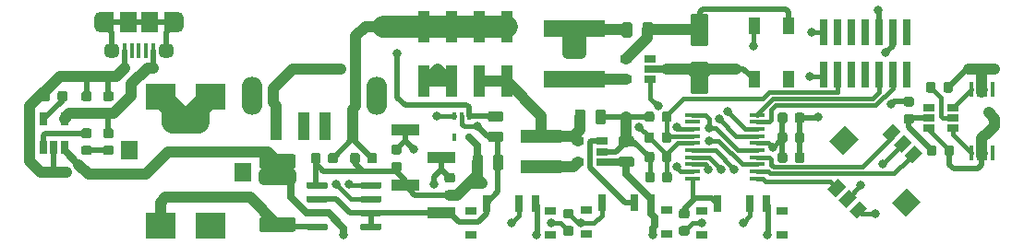
<source format=gbr>
G04 #@! TF.GenerationSoftware,KiCad,Pcbnew,(5.1.5)-3*
G04 #@! TF.CreationDate,2021-06-22T21:37:00+02:00*
G04 #@! TF.ProjectId,18650_UPS_PCB,31383635-305f-4555-9053-5f5043422e6b,rev?*
G04 #@! TF.SameCoordinates,Original*
G04 #@! TF.FileFunction,Copper,L1,Top*
G04 #@! TF.FilePolarity,Positive*
%FSLAX46Y46*%
G04 Gerber Fmt 4.6, Leading zero omitted, Abs format (unit mm)*
G04 Created by KiCad (PCBNEW (5.1.5)-3) date 2021-06-22 21:37:00*
%MOMM*%
%LPD*%
G04 APERTURE LIST*
%ADD10R,1.450000X0.450000*%
%ADD11R,0.400000X0.650000*%
%ADD12R,1.060000X0.650000*%
%ADD13R,0.450000X1.450000*%
%ADD14R,0.650000X1.220000*%
%ADD15R,1.000000X0.800000*%
%ADD16R,0.700000X1.500000*%
%ADD17R,2.800000X2.400000*%
%ADD18R,1.575000X1.700000*%
%ADD19C,0.100000*%
%ADD20R,3.700000X1.200000*%
%ADD21R,5.700000X1.600000*%
%ADD22O,1.900000X3.500000*%
%ADD23R,1.100000X2.500000*%
%ADD24R,1.000000X1.500000*%
%ADD25R,2.510000X1.000000*%
%ADD26R,1.000000X3.000000*%
%ADD27R,1.200000X1.900000*%
%ADD28O,1.200000X1.900000*%
%ADD29R,1.500000X1.900000*%
%ADD30C,1.450000*%
%ADD31R,0.400000X1.350000*%
%ADD32R,0.740000X2.400000*%
%ADD33C,0.800000*%
%ADD34C,0.500000*%
%ADD35C,1.000000*%
%ADD36C,0.400000*%
%ADD37C,0.700000*%
%ADD38C,2.000000*%
G04 APERTURE END LIST*
D10*
X188310000Y-84510000D03*
X188310000Y-85160000D03*
X188310000Y-85810000D03*
X188310000Y-86460000D03*
X188310000Y-87110000D03*
X188310000Y-87760000D03*
X188310000Y-88410000D03*
X188310000Y-89060000D03*
X188310000Y-89710000D03*
X188310000Y-90360000D03*
X182410000Y-90360000D03*
X182410000Y-89710000D03*
X182410000Y-89060000D03*
X182410000Y-88410000D03*
X182410000Y-87760000D03*
X182410000Y-87110000D03*
X182410000Y-86460000D03*
X182410000Y-85810000D03*
X182410000Y-85160000D03*
X182410000Y-84510000D03*
D11*
X161860000Y-86535000D03*
X160560000Y-86535000D03*
X161210000Y-84635000D03*
X160560000Y-84635000D03*
X161860000Y-84635000D03*
D12*
X174110000Y-88835000D03*
X174110000Y-87885000D03*
X174110000Y-86935000D03*
X171910000Y-86935000D03*
X171910000Y-88835000D03*
X176310000Y-81235000D03*
X176310000Y-79335000D03*
X178510000Y-79335000D03*
X178510000Y-80285000D03*
X178510000Y-81235000D03*
D13*
X209885000Y-88035000D03*
X209235000Y-88035000D03*
X208585000Y-88035000D03*
X207935000Y-88035000D03*
X207935000Y-82135000D03*
X208585000Y-82135000D03*
X209235000Y-82135000D03*
X209885000Y-82135000D03*
D14*
X122860000Y-84875000D03*
X124760000Y-84875000D03*
X124760000Y-87495000D03*
X123810000Y-87495000D03*
X122860000Y-87495000D03*
D12*
X204010000Y-84785000D03*
X204010000Y-85735000D03*
X204010000Y-83835000D03*
X206210000Y-83835000D03*
X206210000Y-84785000D03*
X206210000Y-85735000D03*
D15*
X162060000Y-93305000D03*
X169360000Y-93305000D03*
X169360000Y-95515000D03*
X162060000Y-95515000D03*
D16*
X167960000Y-92655000D03*
X166460000Y-92655000D03*
X163460000Y-92655000D03*
D15*
X183260000Y-93305000D03*
X190560000Y-93305000D03*
X190560000Y-95515000D03*
X183260000Y-95515000D03*
D16*
X189160000Y-92655000D03*
X187660000Y-92655000D03*
X184660000Y-92655000D03*
D15*
X172660000Y-93250000D03*
X179960000Y-93250000D03*
X179960000Y-95460000D03*
X172660000Y-95460000D03*
D16*
X178560000Y-92600000D03*
X177060000Y-92600000D03*
X174060000Y-92600000D03*
D17*
X133610000Y-82835000D03*
X138210000Y-82835000D03*
X138210000Y-94735000D03*
X133610000Y-94735000D03*
D18*
X130697500Y-87785000D03*
X141122500Y-89785000D03*
G04 #@! TA.AperFunction,SMDPad,CuDef*
D19*
G36*
X181887691Y-94736053D02*
G01*
X181908926Y-94739203D01*
X181929750Y-94744419D01*
X181949962Y-94751651D01*
X181969368Y-94760830D01*
X181987781Y-94771866D01*
X182005024Y-94784654D01*
X182020930Y-94799070D01*
X182035346Y-94814976D01*
X182048134Y-94832219D01*
X182059170Y-94850632D01*
X182068349Y-94870038D01*
X182075581Y-94890250D01*
X182080797Y-94911074D01*
X182083947Y-94932309D01*
X182085000Y-94953750D01*
X182085000Y-95391250D01*
X182083947Y-95412691D01*
X182080797Y-95433926D01*
X182075581Y-95454750D01*
X182068349Y-95474962D01*
X182059170Y-95494368D01*
X182048134Y-95512781D01*
X182035346Y-95530024D01*
X182020930Y-95545930D01*
X182005024Y-95560346D01*
X181987781Y-95573134D01*
X181969368Y-95584170D01*
X181949962Y-95593349D01*
X181929750Y-95600581D01*
X181908926Y-95605797D01*
X181887691Y-95608947D01*
X181866250Y-95610000D01*
X181353750Y-95610000D01*
X181332309Y-95608947D01*
X181311074Y-95605797D01*
X181290250Y-95600581D01*
X181270038Y-95593349D01*
X181250632Y-95584170D01*
X181232219Y-95573134D01*
X181214976Y-95560346D01*
X181199070Y-95545930D01*
X181184654Y-95530024D01*
X181171866Y-95512781D01*
X181160830Y-95494368D01*
X181151651Y-95474962D01*
X181144419Y-95454750D01*
X181139203Y-95433926D01*
X181136053Y-95412691D01*
X181135000Y-95391250D01*
X181135000Y-94953750D01*
X181136053Y-94932309D01*
X181139203Y-94911074D01*
X181144419Y-94890250D01*
X181151651Y-94870038D01*
X181160830Y-94850632D01*
X181171866Y-94832219D01*
X181184654Y-94814976D01*
X181199070Y-94799070D01*
X181214976Y-94784654D01*
X181232219Y-94771866D01*
X181250632Y-94760830D01*
X181270038Y-94751651D01*
X181290250Y-94744419D01*
X181311074Y-94739203D01*
X181332309Y-94736053D01*
X181353750Y-94735000D01*
X181866250Y-94735000D01*
X181887691Y-94736053D01*
G37*
G04 #@! TD.AperFunction*
G04 #@! TA.AperFunction,SMDPad,CuDef*
G36*
X181887691Y-93161053D02*
G01*
X181908926Y-93164203D01*
X181929750Y-93169419D01*
X181949962Y-93176651D01*
X181969368Y-93185830D01*
X181987781Y-93196866D01*
X182005024Y-93209654D01*
X182020930Y-93224070D01*
X182035346Y-93239976D01*
X182048134Y-93257219D01*
X182059170Y-93275632D01*
X182068349Y-93295038D01*
X182075581Y-93315250D01*
X182080797Y-93336074D01*
X182083947Y-93357309D01*
X182085000Y-93378750D01*
X182085000Y-93816250D01*
X182083947Y-93837691D01*
X182080797Y-93858926D01*
X182075581Y-93879750D01*
X182068349Y-93899962D01*
X182059170Y-93919368D01*
X182048134Y-93937781D01*
X182035346Y-93955024D01*
X182020930Y-93970930D01*
X182005024Y-93985346D01*
X181987781Y-93998134D01*
X181969368Y-94009170D01*
X181949962Y-94018349D01*
X181929750Y-94025581D01*
X181908926Y-94030797D01*
X181887691Y-94033947D01*
X181866250Y-94035000D01*
X181353750Y-94035000D01*
X181332309Y-94033947D01*
X181311074Y-94030797D01*
X181290250Y-94025581D01*
X181270038Y-94018349D01*
X181250632Y-94009170D01*
X181232219Y-93998134D01*
X181214976Y-93985346D01*
X181199070Y-93970930D01*
X181184654Y-93955024D01*
X181171866Y-93937781D01*
X181160830Y-93919368D01*
X181151651Y-93899962D01*
X181144419Y-93879750D01*
X181139203Y-93858926D01*
X181136053Y-93837691D01*
X181135000Y-93816250D01*
X181135000Y-93378750D01*
X181136053Y-93357309D01*
X181139203Y-93336074D01*
X181144419Y-93315250D01*
X181151651Y-93295038D01*
X181160830Y-93275632D01*
X181171866Y-93257219D01*
X181184654Y-93239976D01*
X181199070Y-93224070D01*
X181214976Y-93209654D01*
X181232219Y-93196866D01*
X181250632Y-93185830D01*
X181270038Y-93176651D01*
X181290250Y-93169419D01*
X181311074Y-93164203D01*
X181332309Y-93161053D01*
X181353750Y-93160000D01*
X181866250Y-93160000D01*
X181887691Y-93161053D01*
G37*
G04 #@! TD.AperFunction*
G04 #@! TA.AperFunction,SMDPad,CuDef*
G36*
X171287691Y-94736053D02*
G01*
X171308926Y-94739203D01*
X171329750Y-94744419D01*
X171349962Y-94751651D01*
X171369368Y-94760830D01*
X171387781Y-94771866D01*
X171405024Y-94784654D01*
X171420930Y-94799070D01*
X171435346Y-94814976D01*
X171448134Y-94832219D01*
X171459170Y-94850632D01*
X171468349Y-94870038D01*
X171475581Y-94890250D01*
X171480797Y-94911074D01*
X171483947Y-94932309D01*
X171485000Y-94953750D01*
X171485000Y-95391250D01*
X171483947Y-95412691D01*
X171480797Y-95433926D01*
X171475581Y-95454750D01*
X171468349Y-95474962D01*
X171459170Y-95494368D01*
X171448134Y-95512781D01*
X171435346Y-95530024D01*
X171420930Y-95545930D01*
X171405024Y-95560346D01*
X171387781Y-95573134D01*
X171369368Y-95584170D01*
X171349962Y-95593349D01*
X171329750Y-95600581D01*
X171308926Y-95605797D01*
X171287691Y-95608947D01*
X171266250Y-95610000D01*
X170753750Y-95610000D01*
X170732309Y-95608947D01*
X170711074Y-95605797D01*
X170690250Y-95600581D01*
X170670038Y-95593349D01*
X170650632Y-95584170D01*
X170632219Y-95573134D01*
X170614976Y-95560346D01*
X170599070Y-95545930D01*
X170584654Y-95530024D01*
X170571866Y-95512781D01*
X170560830Y-95494368D01*
X170551651Y-95474962D01*
X170544419Y-95454750D01*
X170539203Y-95433926D01*
X170536053Y-95412691D01*
X170535000Y-95391250D01*
X170535000Y-94953750D01*
X170536053Y-94932309D01*
X170539203Y-94911074D01*
X170544419Y-94890250D01*
X170551651Y-94870038D01*
X170560830Y-94850632D01*
X170571866Y-94832219D01*
X170584654Y-94814976D01*
X170599070Y-94799070D01*
X170614976Y-94784654D01*
X170632219Y-94771866D01*
X170650632Y-94760830D01*
X170670038Y-94751651D01*
X170690250Y-94744419D01*
X170711074Y-94739203D01*
X170732309Y-94736053D01*
X170753750Y-94735000D01*
X171266250Y-94735000D01*
X171287691Y-94736053D01*
G37*
G04 #@! TD.AperFunction*
G04 #@! TA.AperFunction,SMDPad,CuDef*
G36*
X171287691Y-93161053D02*
G01*
X171308926Y-93164203D01*
X171329750Y-93169419D01*
X171349962Y-93176651D01*
X171369368Y-93185830D01*
X171387781Y-93196866D01*
X171405024Y-93209654D01*
X171420930Y-93224070D01*
X171435346Y-93239976D01*
X171448134Y-93257219D01*
X171459170Y-93275632D01*
X171468349Y-93295038D01*
X171475581Y-93315250D01*
X171480797Y-93336074D01*
X171483947Y-93357309D01*
X171485000Y-93378750D01*
X171485000Y-93816250D01*
X171483947Y-93837691D01*
X171480797Y-93858926D01*
X171475581Y-93879750D01*
X171468349Y-93899962D01*
X171459170Y-93919368D01*
X171448134Y-93937781D01*
X171435346Y-93955024D01*
X171420930Y-93970930D01*
X171405024Y-93985346D01*
X171387781Y-93998134D01*
X171369368Y-94009170D01*
X171349962Y-94018349D01*
X171329750Y-94025581D01*
X171308926Y-94030797D01*
X171287691Y-94033947D01*
X171266250Y-94035000D01*
X170753750Y-94035000D01*
X170732309Y-94033947D01*
X170711074Y-94030797D01*
X170690250Y-94025581D01*
X170670038Y-94018349D01*
X170650632Y-94009170D01*
X170632219Y-93998134D01*
X170614976Y-93985346D01*
X170599070Y-93970930D01*
X170584654Y-93955024D01*
X170571866Y-93937781D01*
X170560830Y-93919368D01*
X170551651Y-93899962D01*
X170544419Y-93879750D01*
X170539203Y-93858926D01*
X170536053Y-93837691D01*
X170535000Y-93816250D01*
X170535000Y-93378750D01*
X170536053Y-93357309D01*
X170539203Y-93336074D01*
X170544419Y-93315250D01*
X170551651Y-93295038D01*
X170560830Y-93275632D01*
X170571866Y-93257219D01*
X170584654Y-93239976D01*
X170599070Y-93224070D01*
X170614976Y-93209654D01*
X170632219Y-93196866D01*
X170650632Y-93185830D01*
X170670038Y-93176651D01*
X170690250Y-93169419D01*
X170711074Y-93164203D01*
X170732309Y-93161053D01*
X170753750Y-93160000D01*
X171266250Y-93160000D01*
X171287691Y-93161053D01*
G37*
G04 #@! TD.AperFunction*
G04 #@! TA.AperFunction,SMDPad,CuDef*
G36*
X123262691Y-82311053D02*
G01*
X123283926Y-82314203D01*
X123304750Y-82319419D01*
X123324962Y-82326651D01*
X123344368Y-82335830D01*
X123362781Y-82346866D01*
X123380024Y-82359654D01*
X123395930Y-82374070D01*
X123410346Y-82389976D01*
X123423134Y-82407219D01*
X123434170Y-82425632D01*
X123443349Y-82445038D01*
X123450581Y-82465250D01*
X123455797Y-82486074D01*
X123458947Y-82507309D01*
X123460000Y-82528750D01*
X123460000Y-83041250D01*
X123458947Y-83062691D01*
X123455797Y-83083926D01*
X123450581Y-83104750D01*
X123443349Y-83124962D01*
X123434170Y-83144368D01*
X123423134Y-83162781D01*
X123410346Y-83180024D01*
X123395930Y-83195930D01*
X123380024Y-83210346D01*
X123362781Y-83223134D01*
X123344368Y-83234170D01*
X123324962Y-83243349D01*
X123304750Y-83250581D01*
X123283926Y-83255797D01*
X123262691Y-83258947D01*
X123241250Y-83260000D01*
X122803750Y-83260000D01*
X122782309Y-83258947D01*
X122761074Y-83255797D01*
X122740250Y-83250581D01*
X122720038Y-83243349D01*
X122700632Y-83234170D01*
X122682219Y-83223134D01*
X122664976Y-83210346D01*
X122649070Y-83195930D01*
X122634654Y-83180024D01*
X122621866Y-83162781D01*
X122610830Y-83144368D01*
X122601651Y-83124962D01*
X122594419Y-83104750D01*
X122589203Y-83083926D01*
X122586053Y-83062691D01*
X122585000Y-83041250D01*
X122585000Y-82528750D01*
X122586053Y-82507309D01*
X122589203Y-82486074D01*
X122594419Y-82465250D01*
X122601651Y-82445038D01*
X122610830Y-82425632D01*
X122621866Y-82407219D01*
X122634654Y-82389976D01*
X122649070Y-82374070D01*
X122664976Y-82359654D01*
X122682219Y-82346866D01*
X122700632Y-82335830D01*
X122720038Y-82326651D01*
X122740250Y-82319419D01*
X122761074Y-82314203D01*
X122782309Y-82311053D01*
X122803750Y-82310000D01*
X123241250Y-82310000D01*
X123262691Y-82311053D01*
G37*
G04 #@! TD.AperFunction*
G04 #@! TA.AperFunction,SMDPad,CuDef*
G36*
X124837691Y-82311053D02*
G01*
X124858926Y-82314203D01*
X124879750Y-82319419D01*
X124899962Y-82326651D01*
X124919368Y-82335830D01*
X124937781Y-82346866D01*
X124955024Y-82359654D01*
X124970930Y-82374070D01*
X124985346Y-82389976D01*
X124998134Y-82407219D01*
X125009170Y-82425632D01*
X125018349Y-82445038D01*
X125025581Y-82465250D01*
X125030797Y-82486074D01*
X125033947Y-82507309D01*
X125035000Y-82528750D01*
X125035000Y-83041250D01*
X125033947Y-83062691D01*
X125030797Y-83083926D01*
X125025581Y-83104750D01*
X125018349Y-83124962D01*
X125009170Y-83144368D01*
X124998134Y-83162781D01*
X124985346Y-83180024D01*
X124970930Y-83195930D01*
X124955024Y-83210346D01*
X124937781Y-83223134D01*
X124919368Y-83234170D01*
X124899962Y-83243349D01*
X124879750Y-83250581D01*
X124858926Y-83255797D01*
X124837691Y-83258947D01*
X124816250Y-83260000D01*
X124378750Y-83260000D01*
X124357309Y-83258947D01*
X124336074Y-83255797D01*
X124315250Y-83250581D01*
X124295038Y-83243349D01*
X124275632Y-83234170D01*
X124257219Y-83223134D01*
X124239976Y-83210346D01*
X124224070Y-83195930D01*
X124209654Y-83180024D01*
X124196866Y-83162781D01*
X124185830Y-83144368D01*
X124176651Y-83124962D01*
X124169419Y-83104750D01*
X124164203Y-83083926D01*
X124161053Y-83062691D01*
X124160000Y-83041250D01*
X124160000Y-82528750D01*
X124161053Y-82507309D01*
X124164203Y-82486074D01*
X124169419Y-82465250D01*
X124176651Y-82445038D01*
X124185830Y-82425632D01*
X124196866Y-82407219D01*
X124209654Y-82389976D01*
X124224070Y-82374070D01*
X124239976Y-82359654D01*
X124257219Y-82346866D01*
X124275632Y-82335830D01*
X124295038Y-82326651D01*
X124315250Y-82319419D01*
X124336074Y-82314203D01*
X124357309Y-82311053D01*
X124378750Y-82310000D01*
X124816250Y-82310000D01*
X124837691Y-82311053D01*
G37*
G04 #@! TD.AperFunction*
G04 #@! TA.AperFunction,SMDPad,CuDef*
G36*
X204462691Y-81511053D02*
G01*
X204483926Y-81514203D01*
X204504750Y-81519419D01*
X204524962Y-81526651D01*
X204544368Y-81535830D01*
X204562781Y-81546866D01*
X204580024Y-81559654D01*
X204595930Y-81574070D01*
X204610346Y-81589976D01*
X204623134Y-81607219D01*
X204634170Y-81625632D01*
X204643349Y-81645038D01*
X204650581Y-81665250D01*
X204655797Y-81686074D01*
X204658947Y-81707309D01*
X204660000Y-81728750D01*
X204660000Y-82241250D01*
X204658947Y-82262691D01*
X204655797Y-82283926D01*
X204650581Y-82304750D01*
X204643349Y-82324962D01*
X204634170Y-82344368D01*
X204623134Y-82362781D01*
X204610346Y-82380024D01*
X204595930Y-82395930D01*
X204580024Y-82410346D01*
X204562781Y-82423134D01*
X204544368Y-82434170D01*
X204524962Y-82443349D01*
X204504750Y-82450581D01*
X204483926Y-82455797D01*
X204462691Y-82458947D01*
X204441250Y-82460000D01*
X204003750Y-82460000D01*
X203982309Y-82458947D01*
X203961074Y-82455797D01*
X203940250Y-82450581D01*
X203920038Y-82443349D01*
X203900632Y-82434170D01*
X203882219Y-82423134D01*
X203864976Y-82410346D01*
X203849070Y-82395930D01*
X203834654Y-82380024D01*
X203821866Y-82362781D01*
X203810830Y-82344368D01*
X203801651Y-82324962D01*
X203794419Y-82304750D01*
X203789203Y-82283926D01*
X203786053Y-82262691D01*
X203785000Y-82241250D01*
X203785000Y-81728750D01*
X203786053Y-81707309D01*
X203789203Y-81686074D01*
X203794419Y-81665250D01*
X203801651Y-81645038D01*
X203810830Y-81625632D01*
X203821866Y-81607219D01*
X203834654Y-81589976D01*
X203849070Y-81574070D01*
X203864976Y-81559654D01*
X203882219Y-81546866D01*
X203900632Y-81535830D01*
X203920038Y-81526651D01*
X203940250Y-81519419D01*
X203961074Y-81514203D01*
X203982309Y-81511053D01*
X204003750Y-81510000D01*
X204441250Y-81510000D01*
X204462691Y-81511053D01*
G37*
G04 #@! TD.AperFunction*
G04 #@! TA.AperFunction,SMDPad,CuDef*
G36*
X206037691Y-81511053D02*
G01*
X206058926Y-81514203D01*
X206079750Y-81519419D01*
X206099962Y-81526651D01*
X206119368Y-81535830D01*
X206137781Y-81546866D01*
X206155024Y-81559654D01*
X206170930Y-81574070D01*
X206185346Y-81589976D01*
X206198134Y-81607219D01*
X206209170Y-81625632D01*
X206218349Y-81645038D01*
X206225581Y-81665250D01*
X206230797Y-81686074D01*
X206233947Y-81707309D01*
X206235000Y-81728750D01*
X206235000Y-82241250D01*
X206233947Y-82262691D01*
X206230797Y-82283926D01*
X206225581Y-82304750D01*
X206218349Y-82324962D01*
X206209170Y-82344368D01*
X206198134Y-82362781D01*
X206185346Y-82380024D01*
X206170930Y-82395930D01*
X206155024Y-82410346D01*
X206137781Y-82423134D01*
X206119368Y-82434170D01*
X206099962Y-82443349D01*
X206079750Y-82450581D01*
X206058926Y-82455797D01*
X206037691Y-82458947D01*
X206016250Y-82460000D01*
X205578750Y-82460000D01*
X205557309Y-82458947D01*
X205536074Y-82455797D01*
X205515250Y-82450581D01*
X205495038Y-82443349D01*
X205475632Y-82434170D01*
X205457219Y-82423134D01*
X205439976Y-82410346D01*
X205424070Y-82395930D01*
X205409654Y-82380024D01*
X205396866Y-82362781D01*
X205385830Y-82344368D01*
X205376651Y-82324962D01*
X205369419Y-82304750D01*
X205364203Y-82283926D01*
X205361053Y-82262691D01*
X205360000Y-82241250D01*
X205360000Y-81728750D01*
X205361053Y-81707309D01*
X205364203Y-81686074D01*
X205369419Y-81665250D01*
X205376651Y-81645038D01*
X205385830Y-81625632D01*
X205396866Y-81607219D01*
X205409654Y-81589976D01*
X205424070Y-81574070D01*
X205439976Y-81559654D01*
X205457219Y-81546866D01*
X205475632Y-81535830D01*
X205495038Y-81526651D01*
X205515250Y-81519419D01*
X205536074Y-81514203D01*
X205557309Y-81511053D01*
X205578750Y-81510000D01*
X206016250Y-81510000D01*
X206037691Y-81511053D01*
G37*
G04 #@! TD.AperFunction*
G04 #@! TA.AperFunction,SMDPad,CuDef*
G36*
X129087691Y-85761053D02*
G01*
X129108926Y-85764203D01*
X129129750Y-85769419D01*
X129149962Y-85776651D01*
X129169368Y-85785830D01*
X129187781Y-85796866D01*
X129205024Y-85809654D01*
X129220930Y-85824070D01*
X129235346Y-85839976D01*
X129248134Y-85857219D01*
X129259170Y-85875632D01*
X129268349Y-85895038D01*
X129275581Y-85915250D01*
X129280797Y-85936074D01*
X129283947Y-85957309D01*
X129285000Y-85978750D01*
X129285000Y-86416250D01*
X129283947Y-86437691D01*
X129280797Y-86458926D01*
X129275581Y-86479750D01*
X129268349Y-86499962D01*
X129259170Y-86519368D01*
X129248134Y-86537781D01*
X129235346Y-86555024D01*
X129220930Y-86570930D01*
X129205024Y-86585346D01*
X129187781Y-86598134D01*
X129169368Y-86609170D01*
X129149962Y-86618349D01*
X129129750Y-86625581D01*
X129108926Y-86630797D01*
X129087691Y-86633947D01*
X129066250Y-86635000D01*
X128553750Y-86635000D01*
X128532309Y-86633947D01*
X128511074Y-86630797D01*
X128490250Y-86625581D01*
X128470038Y-86618349D01*
X128450632Y-86609170D01*
X128432219Y-86598134D01*
X128414976Y-86585346D01*
X128399070Y-86570930D01*
X128384654Y-86555024D01*
X128371866Y-86537781D01*
X128360830Y-86519368D01*
X128351651Y-86499962D01*
X128344419Y-86479750D01*
X128339203Y-86458926D01*
X128336053Y-86437691D01*
X128335000Y-86416250D01*
X128335000Y-85978750D01*
X128336053Y-85957309D01*
X128339203Y-85936074D01*
X128344419Y-85915250D01*
X128351651Y-85895038D01*
X128360830Y-85875632D01*
X128371866Y-85857219D01*
X128384654Y-85839976D01*
X128399070Y-85824070D01*
X128414976Y-85809654D01*
X128432219Y-85796866D01*
X128450632Y-85785830D01*
X128470038Y-85776651D01*
X128490250Y-85769419D01*
X128511074Y-85764203D01*
X128532309Y-85761053D01*
X128553750Y-85760000D01*
X129066250Y-85760000D01*
X129087691Y-85761053D01*
G37*
G04 #@! TD.AperFunction*
G04 #@! TA.AperFunction,SMDPad,CuDef*
G36*
X129087691Y-87336053D02*
G01*
X129108926Y-87339203D01*
X129129750Y-87344419D01*
X129149962Y-87351651D01*
X129169368Y-87360830D01*
X129187781Y-87371866D01*
X129205024Y-87384654D01*
X129220930Y-87399070D01*
X129235346Y-87414976D01*
X129248134Y-87432219D01*
X129259170Y-87450632D01*
X129268349Y-87470038D01*
X129275581Y-87490250D01*
X129280797Y-87511074D01*
X129283947Y-87532309D01*
X129285000Y-87553750D01*
X129285000Y-87991250D01*
X129283947Y-88012691D01*
X129280797Y-88033926D01*
X129275581Y-88054750D01*
X129268349Y-88074962D01*
X129259170Y-88094368D01*
X129248134Y-88112781D01*
X129235346Y-88130024D01*
X129220930Y-88145930D01*
X129205024Y-88160346D01*
X129187781Y-88173134D01*
X129169368Y-88184170D01*
X129149962Y-88193349D01*
X129129750Y-88200581D01*
X129108926Y-88205797D01*
X129087691Y-88208947D01*
X129066250Y-88210000D01*
X128553750Y-88210000D01*
X128532309Y-88208947D01*
X128511074Y-88205797D01*
X128490250Y-88200581D01*
X128470038Y-88193349D01*
X128450632Y-88184170D01*
X128432219Y-88173134D01*
X128414976Y-88160346D01*
X128399070Y-88145930D01*
X128384654Y-88130024D01*
X128371866Y-88112781D01*
X128360830Y-88094368D01*
X128351651Y-88074962D01*
X128344419Y-88054750D01*
X128339203Y-88033926D01*
X128336053Y-88012691D01*
X128335000Y-87991250D01*
X128335000Y-87553750D01*
X128336053Y-87532309D01*
X128339203Y-87511074D01*
X128344419Y-87490250D01*
X128351651Y-87470038D01*
X128360830Y-87450632D01*
X128371866Y-87432219D01*
X128384654Y-87414976D01*
X128399070Y-87399070D01*
X128414976Y-87384654D01*
X128432219Y-87371866D01*
X128450632Y-87360830D01*
X128470038Y-87351651D01*
X128490250Y-87344419D01*
X128511074Y-87339203D01*
X128532309Y-87336053D01*
X128553750Y-87335000D01*
X129066250Y-87335000D01*
X129087691Y-87336053D01*
G37*
G04 #@! TD.AperFunction*
G04 #@! TA.AperFunction,SMDPad,CuDef*
G36*
X145759505Y-93911204D02*
G01*
X145783773Y-93914804D01*
X145807572Y-93920765D01*
X145830671Y-93929030D01*
X145852850Y-93939520D01*
X145873893Y-93952132D01*
X145893599Y-93966747D01*
X145911777Y-93983223D01*
X145928253Y-94001401D01*
X145942868Y-94021107D01*
X145955480Y-94042150D01*
X145965970Y-94064329D01*
X145974235Y-94087428D01*
X145980196Y-94111227D01*
X145983796Y-94135495D01*
X145985000Y-94159999D01*
X145985000Y-95010001D01*
X145983796Y-95034505D01*
X145980196Y-95058773D01*
X145974235Y-95082572D01*
X145965970Y-95105671D01*
X145955480Y-95127850D01*
X145942868Y-95148893D01*
X145928253Y-95168599D01*
X145911777Y-95186777D01*
X145893599Y-95203253D01*
X145873893Y-95217868D01*
X145852850Y-95230480D01*
X145830671Y-95240970D01*
X145807572Y-95249235D01*
X145783773Y-95255196D01*
X145759505Y-95258796D01*
X145735001Y-95260000D01*
X142884999Y-95260000D01*
X142860495Y-95258796D01*
X142836227Y-95255196D01*
X142812428Y-95249235D01*
X142789329Y-95240970D01*
X142767150Y-95230480D01*
X142746107Y-95217868D01*
X142726401Y-95203253D01*
X142708223Y-95186777D01*
X142691747Y-95168599D01*
X142677132Y-95148893D01*
X142664520Y-95127850D01*
X142654030Y-95105671D01*
X142645765Y-95082572D01*
X142639804Y-95058773D01*
X142636204Y-95034505D01*
X142635000Y-95010001D01*
X142635000Y-94159999D01*
X142636204Y-94135495D01*
X142639804Y-94111227D01*
X142645765Y-94087428D01*
X142654030Y-94064329D01*
X142664520Y-94042150D01*
X142677132Y-94021107D01*
X142691747Y-94001401D01*
X142708223Y-93983223D01*
X142726401Y-93966747D01*
X142746107Y-93952132D01*
X142767150Y-93939520D01*
X142789329Y-93929030D01*
X142812428Y-93920765D01*
X142836227Y-93914804D01*
X142860495Y-93911204D01*
X142884999Y-93910000D01*
X145735001Y-93910000D01*
X145759505Y-93911204D01*
G37*
G04 #@! TD.AperFunction*
G04 #@! TA.AperFunction,SMDPad,CuDef*
G36*
X145759505Y-88111204D02*
G01*
X145783773Y-88114804D01*
X145807572Y-88120765D01*
X145830671Y-88129030D01*
X145852850Y-88139520D01*
X145873893Y-88152132D01*
X145893599Y-88166747D01*
X145911777Y-88183223D01*
X145928253Y-88201401D01*
X145942868Y-88221107D01*
X145955480Y-88242150D01*
X145965970Y-88264329D01*
X145974235Y-88287428D01*
X145980196Y-88311227D01*
X145983796Y-88335495D01*
X145985000Y-88359999D01*
X145985000Y-89210001D01*
X145983796Y-89234505D01*
X145980196Y-89258773D01*
X145974235Y-89282572D01*
X145965970Y-89305671D01*
X145955480Y-89327850D01*
X145942868Y-89348893D01*
X145928253Y-89368599D01*
X145911777Y-89386777D01*
X145893599Y-89403253D01*
X145873893Y-89417868D01*
X145852850Y-89430480D01*
X145830671Y-89440970D01*
X145807572Y-89449235D01*
X145783773Y-89455196D01*
X145759505Y-89458796D01*
X145735001Y-89460000D01*
X142884999Y-89460000D01*
X142860495Y-89458796D01*
X142836227Y-89455196D01*
X142812428Y-89449235D01*
X142789329Y-89440970D01*
X142767150Y-89430480D01*
X142746107Y-89417868D01*
X142726401Y-89403253D01*
X142708223Y-89386777D01*
X142691747Y-89368599D01*
X142677132Y-89348893D01*
X142664520Y-89327850D01*
X142654030Y-89305671D01*
X142645765Y-89282572D01*
X142639804Y-89258773D01*
X142636204Y-89234505D01*
X142635000Y-89210001D01*
X142635000Y-88359999D01*
X142636204Y-88335495D01*
X142639804Y-88311227D01*
X142645765Y-88287428D01*
X142654030Y-88264329D01*
X142664520Y-88242150D01*
X142677132Y-88221107D01*
X142691747Y-88201401D01*
X142708223Y-88183223D01*
X142726401Y-88166747D01*
X142746107Y-88152132D01*
X142767150Y-88139520D01*
X142789329Y-88129030D01*
X142812428Y-88120765D01*
X142836227Y-88114804D01*
X142860495Y-88111204D01*
X142884999Y-88110000D01*
X145735001Y-88110000D01*
X145759505Y-88111204D01*
G37*
G04 #@! TD.AperFunction*
G04 #@! TA.AperFunction,SMDPad,CuDef*
G36*
X202487691Y-82861053D02*
G01*
X202508926Y-82864203D01*
X202529750Y-82869419D01*
X202549962Y-82876651D01*
X202569368Y-82885830D01*
X202587781Y-82896866D01*
X202605024Y-82909654D01*
X202620930Y-82924070D01*
X202635346Y-82939976D01*
X202648134Y-82957219D01*
X202659170Y-82975632D01*
X202668349Y-82995038D01*
X202675581Y-83015250D01*
X202680797Y-83036074D01*
X202683947Y-83057309D01*
X202685000Y-83078750D01*
X202685000Y-83516250D01*
X202683947Y-83537691D01*
X202680797Y-83558926D01*
X202675581Y-83579750D01*
X202668349Y-83599962D01*
X202659170Y-83619368D01*
X202648134Y-83637781D01*
X202635346Y-83655024D01*
X202620930Y-83670930D01*
X202605024Y-83685346D01*
X202587781Y-83698134D01*
X202569368Y-83709170D01*
X202549962Y-83718349D01*
X202529750Y-83725581D01*
X202508926Y-83730797D01*
X202487691Y-83733947D01*
X202466250Y-83735000D01*
X201953750Y-83735000D01*
X201932309Y-83733947D01*
X201911074Y-83730797D01*
X201890250Y-83725581D01*
X201870038Y-83718349D01*
X201850632Y-83709170D01*
X201832219Y-83698134D01*
X201814976Y-83685346D01*
X201799070Y-83670930D01*
X201784654Y-83655024D01*
X201771866Y-83637781D01*
X201760830Y-83619368D01*
X201751651Y-83599962D01*
X201744419Y-83579750D01*
X201739203Y-83558926D01*
X201736053Y-83537691D01*
X201735000Y-83516250D01*
X201735000Y-83078750D01*
X201736053Y-83057309D01*
X201739203Y-83036074D01*
X201744419Y-83015250D01*
X201751651Y-82995038D01*
X201760830Y-82975632D01*
X201771866Y-82957219D01*
X201784654Y-82939976D01*
X201799070Y-82924070D01*
X201814976Y-82909654D01*
X201832219Y-82896866D01*
X201850632Y-82885830D01*
X201870038Y-82876651D01*
X201890250Y-82869419D01*
X201911074Y-82864203D01*
X201932309Y-82861053D01*
X201953750Y-82860000D01*
X202466250Y-82860000D01*
X202487691Y-82861053D01*
G37*
G04 #@! TD.AperFunction*
G04 #@! TA.AperFunction,SMDPad,CuDef*
G36*
X202487691Y-84436053D02*
G01*
X202508926Y-84439203D01*
X202529750Y-84444419D01*
X202549962Y-84451651D01*
X202569368Y-84460830D01*
X202587781Y-84471866D01*
X202605024Y-84484654D01*
X202620930Y-84499070D01*
X202635346Y-84514976D01*
X202648134Y-84532219D01*
X202659170Y-84550632D01*
X202668349Y-84570038D01*
X202675581Y-84590250D01*
X202680797Y-84611074D01*
X202683947Y-84632309D01*
X202685000Y-84653750D01*
X202685000Y-85091250D01*
X202683947Y-85112691D01*
X202680797Y-85133926D01*
X202675581Y-85154750D01*
X202668349Y-85174962D01*
X202659170Y-85194368D01*
X202648134Y-85212781D01*
X202635346Y-85230024D01*
X202620930Y-85245930D01*
X202605024Y-85260346D01*
X202587781Y-85273134D01*
X202569368Y-85284170D01*
X202549962Y-85293349D01*
X202529750Y-85300581D01*
X202508926Y-85305797D01*
X202487691Y-85308947D01*
X202466250Y-85310000D01*
X201953750Y-85310000D01*
X201932309Y-85308947D01*
X201911074Y-85305797D01*
X201890250Y-85300581D01*
X201870038Y-85293349D01*
X201850632Y-85284170D01*
X201832219Y-85273134D01*
X201814976Y-85260346D01*
X201799070Y-85245930D01*
X201784654Y-85230024D01*
X201771866Y-85212781D01*
X201760830Y-85194368D01*
X201751651Y-85174962D01*
X201744419Y-85154750D01*
X201739203Y-85133926D01*
X201736053Y-85112691D01*
X201735000Y-85091250D01*
X201735000Y-84653750D01*
X201736053Y-84632309D01*
X201739203Y-84611074D01*
X201744419Y-84590250D01*
X201751651Y-84570038D01*
X201760830Y-84550632D01*
X201771866Y-84532219D01*
X201784654Y-84514976D01*
X201799070Y-84499070D01*
X201814976Y-84484654D01*
X201832219Y-84471866D01*
X201850632Y-84460830D01*
X201870038Y-84451651D01*
X201890250Y-84444419D01*
X201911074Y-84439203D01*
X201932309Y-84436053D01*
X201953750Y-84435000D01*
X202466250Y-84435000D01*
X202487691Y-84436053D01*
G37*
G04 #@! TD.AperFunction*
D20*
X168510000Y-89285000D03*
X168510000Y-86485000D03*
D21*
X171510000Y-81235000D03*
X171510000Y-76535000D03*
D22*
X153410000Y-82785000D03*
X142010000Y-82785000D03*
D23*
X151210000Y-85535000D03*
X144210000Y-85535000D03*
X148710000Y-85535000D03*
X146710000Y-85535000D03*
D24*
X188010000Y-81235000D03*
X191210000Y-81235000D03*
X188010000Y-76335000D03*
X191210000Y-76335000D03*
G04 #@! TA.AperFunction,SMDPad,CuDef*
D19*
G36*
X127087691Y-87336053D02*
G01*
X127108926Y-87339203D01*
X127129750Y-87344419D01*
X127149962Y-87351651D01*
X127169368Y-87360830D01*
X127187781Y-87371866D01*
X127205024Y-87384654D01*
X127220930Y-87399070D01*
X127235346Y-87414976D01*
X127248134Y-87432219D01*
X127259170Y-87450632D01*
X127268349Y-87470038D01*
X127275581Y-87490250D01*
X127280797Y-87511074D01*
X127283947Y-87532309D01*
X127285000Y-87553750D01*
X127285000Y-87991250D01*
X127283947Y-88012691D01*
X127280797Y-88033926D01*
X127275581Y-88054750D01*
X127268349Y-88074962D01*
X127259170Y-88094368D01*
X127248134Y-88112781D01*
X127235346Y-88130024D01*
X127220930Y-88145930D01*
X127205024Y-88160346D01*
X127187781Y-88173134D01*
X127169368Y-88184170D01*
X127149962Y-88193349D01*
X127129750Y-88200581D01*
X127108926Y-88205797D01*
X127087691Y-88208947D01*
X127066250Y-88210000D01*
X126553750Y-88210000D01*
X126532309Y-88208947D01*
X126511074Y-88205797D01*
X126490250Y-88200581D01*
X126470038Y-88193349D01*
X126450632Y-88184170D01*
X126432219Y-88173134D01*
X126414976Y-88160346D01*
X126399070Y-88145930D01*
X126384654Y-88130024D01*
X126371866Y-88112781D01*
X126360830Y-88094368D01*
X126351651Y-88074962D01*
X126344419Y-88054750D01*
X126339203Y-88033926D01*
X126336053Y-88012691D01*
X126335000Y-87991250D01*
X126335000Y-87553750D01*
X126336053Y-87532309D01*
X126339203Y-87511074D01*
X126344419Y-87490250D01*
X126351651Y-87470038D01*
X126360830Y-87450632D01*
X126371866Y-87432219D01*
X126384654Y-87414976D01*
X126399070Y-87399070D01*
X126414976Y-87384654D01*
X126432219Y-87371866D01*
X126450632Y-87360830D01*
X126470038Y-87351651D01*
X126490250Y-87344419D01*
X126511074Y-87339203D01*
X126532309Y-87336053D01*
X126553750Y-87335000D01*
X127066250Y-87335000D01*
X127087691Y-87336053D01*
G37*
G04 #@! TD.AperFunction*
G04 #@! TA.AperFunction,SMDPad,CuDef*
G36*
X127087691Y-85761053D02*
G01*
X127108926Y-85764203D01*
X127129750Y-85769419D01*
X127149962Y-85776651D01*
X127169368Y-85785830D01*
X127187781Y-85796866D01*
X127205024Y-85809654D01*
X127220930Y-85824070D01*
X127235346Y-85839976D01*
X127248134Y-85857219D01*
X127259170Y-85875632D01*
X127268349Y-85895038D01*
X127275581Y-85915250D01*
X127280797Y-85936074D01*
X127283947Y-85957309D01*
X127285000Y-85978750D01*
X127285000Y-86416250D01*
X127283947Y-86437691D01*
X127280797Y-86458926D01*
X127275581Y-86479750D01*
X127268349Y-86499962D01*
X127259170Y-86519368D01*
X127248134Y-86537781D01*
X127235346Y-86555024D01*
X127220930Y-86570930D01*
X127205024Y-86585346D01*
X127187781Y-86598134D01*
X127169368Y-86609170D01*
X127149962Y-86618349D01*
X127129750Y-86625581D01*
X127108926Y-86630797D01*
X127087691Y-86633947D01*
X127066250Y-86635000D01*
X126553750Y-86635000D01*
X126532309Y-86633947D01*
X126511074Y-86630797D01*
X126490250Y-86625581D01*
X126470038Y-86618349D01*
X126450632Y-86609170D01*
X126432219Y-86598134D01*
X126414976Y-86585346D01*
X126399070Y-86570930D01*
X126384654Y-86555024D01*
X126371866Y-86537781D01*
X126360830Y-86519368D01*
X126351651Y-86499962D01*
X126344419Y-86479750D01*
X126339203Y-86458926D01*
X126336053Y-86437691D01*
X126335000Y-86416250D01*
X126335000Y-85978750D01*
X126336053Y-85957309D01*
X126339203Y-85936074D01*
X126344419Y-85915250D01*
X126351651Y-85895038D01*
X126360830Y-85875632D01*
X126371866Y-85857219D01*
X126384654Y-85839976D01*
X126399070Y-85824070D01*
X126414976Y-85809654D01*
X126432219Y-85796866D01*
X126450632Y-85785830D01*
X126470038Y-85776651D01*
X126490250Y-85769419D01*
X126511074Y-85764203D01*
X126532309Y-85761053D01*
X126553750Y-85760000D01*
X127066250Y-85760000D01*
X127087691Y-85761053D01*
G37*
G04 #@! TD.AperFunction*
G04 #@! TA.AperFunction,SMDPad,CuDef*
G36*
X172340142Y-83986174D02*
G01*
X172363803Y-83989684D01*
X172387007Y-83995496D01*
X172409529Y-84003554D01*
X172431153Y-84013782D01*
X172451670Y-84026079D01*
X172470883Y-84040329D01*
X172488607Y-84056393D01*
X172504671Y-84074117D01*
X172518921Y-84093330D01*
X172531218Y-84113847D01*
X172541446Y-84135471D01*
X172549504Y-84157993D01*
X172555316Y-84181197D01*
X172558826Y-84204858D01*
X172560000Y-84228750D01*
X172560000Y-85141250D01*
X172558826Y-85165142D01*
X172555316Y-85188803D01*
X172549504Y-85212007D01*
X172541446Y-85234529D01*
X172531218Y-85256153D01*
X172518921Y-85276670D01*
X172504671Y-85295883D01*
X172488607Y-85313607D01*
X172470883Y-85329671D01*
X172451670Y-85343921D01*
X172431153Y-85356218D01*
X172409529Y-85366446D01*
X172387007Y-85374504D01*
X172363803Y-85380316D01*
X172340142Y-85383826D01*
X172316250Y-85385000D01*
X171828750Y-85385000D01*
X171804858Y-85383826D01*
X171781197Y-85380316D01*
X171757993Y-85374504D01*
X171735471Y-85366446D01*
X171713847Y-85356218D01*
X171693330Y-85343921D01*
X171674117Y-85329671D01*
X171656393Y-85313607D01*
X171640329Y-85295883D01*
X171626079Y-85276670D01*
X171613782Y-85256153D01*
X171603554Y-85234529D01*
X171595496Y-85212007D01*
X171589684Y-85188803D01*
X171586174Y-85165142D01*
X171585000Y-85141250D01*
X171585000Y-84228750D01*
X171586174Y-84204858D01*
X171589684Y-84181197D01*
X171595496Y-84157993D01*
X171603554Y-84135471D01*
X171613782Y-84113847D01*
X171626079Y-84093330D01*
X171640329Y-84074117D01*
X171656393Y-84056393D01*
X171674117Y-84040329D01*
X171693330Y-84026079D01*
X171713847Y-84013782D01*
X171735471Y-84003554D01*
X171757993Y-83995496D01*
X171781197Y-83989684D01*
X171804858Y-83986174D01*
X171828750Y-83985000D01*
X172316250Y-83985000D01*
X172340142Y-83986174D01*
G37*
G04 #@! TD.AperFunction*
G04 #@! TA.AperFunction,SMDPad,CuDef*
G36*
X174215142Y-83986174D02*
G01*
X174238803Y-83989684D01*
X174262007Y-83995496D01*
X174284529Y-84003554D01*
X174306153Y-84013782D01*
X174326670Y-84026079D01*
X174345883Y-84040329D01*
X174363607Y-84056393D01*
X174379671Y-84074117D01*
X174393921Y-84093330D01*
X174406218Y-84113847D01*
X174416446Y-84135471D01*
X174424504Y-84157993D01*
X174430316Y-84181197D01*
X174433826Y-84204858D01*
X174435000Y-84228750D01*
X174435000Y-85141250D01*
X174433826Y-85165142D01*
X174430316Y-85188803D01*
X174424504Y-85212007D01*
X174416446Y-85234529D01*
X174406218Y-85256153D01*
X174393921Y-85276670D01*
X174379671Y-85295883D01*
X174363607Y-85313607D01*
X174345883Y-85329671D01*
X174326670Y-85343921D01*
X174306153Y-85356218D01*
X174284529Y-85366446D01*
X174262007Y-85374504D01*
X174238803Y-85380316D01*
X174215142Y-85383826D01*
X174191250Y-85385000D01*
X173703750Y-85385000D01*
X173679858Y-85383826D01*
X173656197Y-85380316D01*
X173632993Y-85374504D01*
X173610471Y-85366446D01*
X173588847Y-85356218D01*
X173568330Y-85343921D01*
X173549117Y-85329671D01*
X173531393Y-85313607D01*
X173515329Y-85295883D01*
X173501079Y-85276670D01*
X173488782Y-85256153D01*
X173478554Y-85234529D01*
X173470496Y-85212007D01*
X173464684Y-85188803D01*
X173461174Y-85165142D01*
X173460000Y-85141250D01*
X173460000Y-84228750D01*
X173461174Y-84204858D01*
X173464684Y-84181197D01*
X173470496Y-84157993D01*
X173478554Y-84135471D01*
X173488782Y-84113847D01*
X173501079Y-84093330D01*
X173515329Y-84074117D01*
X173531393Y-84056393D01*
X173549117Y-84040329D01*
X173568330Y-84026079D01*
X173588847Y-84013782D01*
X173610471Y-84003554D01*
X173632993Y-83995496D01*
X173656197Y-83989684D01*
X173679858Y-83986174D01*
X173703750Y-83985000D01*
X174191250Y-83985000D01*
X174215142Y-83986174D01*
G37*
G04 #@! TD.AperFunction*
G04 #@! TA.AperFunction,SMDPad,CuDef*
G36*
X164815142Y-88186174D02*
G01*
X164838803Y-88189684D01*
X164862007Y-88195496D01*
X164884529Y-88203554D01*
X164906153Y-88213782D01*
X164926670Y-88226079D01*
X164945883Y-88240329D01*
X164963607Y-88256393D01*
X164979671Y-88274117D01*
X164993921Y-88293330D01*
X165006218Y-88313847D01*
X165016446Y-88335471D01*
X165024504Y-88357993D01*
X165030316Y-88381197D01*
X165033826Y-88404858D01*
X165035000Y-88428750D01*
X165035000Y-89341250D01*
X165033826Y-89365142D01*
X165030316Y-89388803D01*
X165024504Y-89412007D01*
X165016446Y-89434529D01*
X165006218Y-89456153D01*
X164993921Y-89476670D01*
X164979671Y-89495883D01*
X164963607Y-89513607D01*
X164945883Y-89529671D01*
X164926670Y-89543921D01*
X164906153Y-89556218D01*
X164884529Y-89566446D01*
X164862007Y-89574504D01*
X164838803Y-89580316D01*
X164815142Y-89583826D01*
X164791250Y-89585000D01*
X164303750Y-89585000D01*
X164279858Y-89583826D01*
X164256197Y-89580316D01*
X164232993Y-89574504D01*
X164210471Y-89566446D01*
X164188847Y-89556218D01*
X164168330Y-89543921D01*
X164149117Y-89529671D01*
X164131393Y-89513607D01*
X164115329Y-89495883D01*
X164101079Y-89476670D01*
X164088782Y-89456153D01*
X164078554Y-89434529D01*
X164070496Y-89412007D01*
X164064684Y-89388803D01*
X164061174Y-89365142D01*
X164060000Y-89341250D01*
X164060000Y-88428750D01*
X164061174Y-88404858D01*
X164064684Y-88381197D01*
X164070496Y-88357993D01*
X164078554Y-88335471D01*
X164088782Y-88313847D01*
X164101079Y-88293330D01*
X164115329Y-88274117D01*
X164131393Y-88256393D01*
X164149117Y-88240329D01*
X164168330Y-88226079D01*
X164188847Y-88213782D01*
X164210471Y-88203554D01*
X164232993Y-88195496D01*
X164256197Y-88189684D01*
X164279858Y-88186174D01*
X164303750Y-88185000D01*
X164791250Y-88185000D01*
X164815142Y-88186174D01*
G37*
G04 #@! TD.AperFunction*
G04 #@! TA.AperFunction,SMDPad,CuDef*
G36*
X162940142Y-88186174D02*
G01*
X162963803Y-88189684D01*
X162987007Y-88195496D01*
X163009529Y-88203554D01*
X163031153Y-88213782D01*
X163051670Y-88226079D01*
X163070883Y-88240329D01*
X163088607Y-88256393D01*
X163104671Y-88274117D01*
X163118921Y-88293330D01*
X163131218Y-88313847D01*
X163141446Y-88335471D01*
X163149504Y-88357993D01*
X163155316Y-88381197D01*
X163158826Y-88404858D01*
X163160000Y-88428750D01*
X163160000Y-89341250D01*
X163158826Y-89365142D01*
X163155316Y-89388803D01*
X163149504Y-89412007D01*
X163141446Y-89434529D01*
X163131218Y-89456153D01*
X163118921Y-89476670D01*
X163104671Y-89495883D01*
X163088607Y-89513607D01*
X163070883Y-89529671D01*
X163051670Y-89543921D01*
X163031153Y-89556218D01*
X163009529Y-89566446D01*
X162987007Y-89574504D01*
X162963803Y-89580316D01*
X162940142Y-89583826D01*
X162916250Y-89585000D01*
X162428750Y-89585000D01*
X162404858Y-89583826D01*
X162381197Y-89580316D01*
X162357993Y-89574504D01*
X162335471Y-89566446D01*
X162313847Y-89556218D01*
X162293330Y-89543921D01*
X162274117Y-89529671D01*
X162256393Y-89513607D01*
X162240329Y-89495883D01*
X162226079Y-89476670D01*
X162213782Y-89456153D01*
X162203554Y-89434529D01*
X162195496Y-89412007D01*
X162189684Y-89388803D01*
X162186174Y-89365142D01*
X162185000Y-89341250D01*
X162185000Y-88428750D01*
X162186174Y-88404858D01*
X162189684Y-88381197D01*
X162195496Y-88357993D01*
X162203554Y-88335471D01*
X162213782Y-88313847D01*
X162226079Y-88293330D01*
X162240329Y-88274117D01*
X162256393Y-88256393D01*
X162274117Y-88240329D01*
X162293330Y-88226079D01*
X162313847Y-88213782D01*
X162335471Y-88203554D01*
X162357993Y-88195496D01*
X162381197Y-88189684D01*
X162404858Y-88186174D01*
X162428750Y-88185000D01*
X162916250Y-88185000D01*
X162940142Y-88186174D01*
G37*
G04 #@! TD.AperFunction*
G04 #@! TA.AperFunction,SMDPad,CuDef*
G36*
X183584504Y-75186204D02*
G01*
X183608773Y-75189804D01*
X183632571Y-75195765D01*
X183655671Y-75204030D01*
X183677849Y-75214520D01*
X183698893Y-75227133D01*
X183718598Y-75241747D01*
X183736777Y-75258223D01*
X183753253Y-75276402D01*
X183767867Y-75296107D01*
X183780480Y-75317151D01*
X183790970Y-75339329D01*
X183799235Y-75362429D01*
X183805196Y-75386227D01*
X183808796Y-75410496D01*
X183810000Y-75435000D01*
X183810000Y-77935000D01*
X183808796Y-77959504D01*
X183805196Y-77983773D01*
X183799235Y-78007571D01*
X183790970Y-78030671D01*
X183780480Y-78052849D01*
X183767867Y-78073893D01*
X183753253Y-78093598D01*
X183736777Y-78111777D01*
X183718598Y-78128253D01*
X183698893Y-78142867D01*
X183677849Y-78155480D01*
X183655671Y-78165970D01*
X183632571Y-78174235D01*
X183608773Y-78180196D01*
X183584504Y-78183796D01*
X183560000Y-78185000D01*
X182460000Y-78185000D01*
X182435496Y-78183796D01*
X182411227Y-78180196D01*
X182387429Y-78174235D01*
X182364329Y-78165970D01*
X182342151Y-78155480D01*
X182321107Y-78142867D01*
X182301402Y-78128253D01*
X182283223Y-78111777D01*
X182266747Y-78093598D01*
X182252133Y-78073893D01*
X182239520Y-78052849D01*
X182229030Y-78030671D01*
X182220765Y-78007571D01*
X182214804Y-77983773D01*
X182211204Y-77959504D01*
X182210000Y-77935000D01*
X182210000Y-75435000D01*
X182211204Y-75410496D01*
X182214804Y-75386227D01*
X182220765Y-75362429D01*
X182229030Y-75339329D01*
X182239520Y-75317151D01*
X182252133Y-75296107D01*
X182266747Y-75276402D01*
X182283223Y-75258223D01*
X182301402Y-75241747D01*
X182321107Y-75227133D01*
X182342151Y-75214520D01*
X182364329Y-75204030D01*
X182387429Y-75195765D01*
X182411227Y-75189804D01*
X182435496Y-75186204D01*
X182460000Y-75185000D01*
X183560000Y-75185000D01*
X183584504Y-75186204D01*
G37*
G04 #@! TD.AperFunction*
G04 #@! TA.AperFunction,SMDPad,CuDef*
G36*
X183584504Y-79586204D02*
G01*
X183608773Y-79589804D01*
X183632571Y-79595765D01*
X183655671Y-79604030D01*
X183677849Y-79614520D01*
X183698893Y-79627133D01*
X183718598Y-79641747D01*
X183736777Y-79658223D01*
X183753253Y-79676402D01*
X183767867Y-79696107D01*
X183780480Y-79717151D01*
X183790970Y-79739329D01*
X183799235Y-79762429D01*
X183805196Y-79786227D01*
X183808796Y-79810496D01*
X183810000Y-79835000D01*
X183810000Y-82335000D01*
X183808796Y-82359504D01*
X183805196Y-82383773D01*
X183799235Y-82407571D01*
X183790970Y-82430671D01*
X183780480Y-82452849D01*
X183767867Y-82473893D01*
X183753253Y-82493598D01*
X183736777Y-82511777D01*
X183718598Y-82528253D01*
X183698893Y-82542867D01*
X183677849Y-82555480D01*
X183655671Y-82565970D01*
X183632571Y-82574235D01*
X183608773Y-82580196D01*
X183584504Y-82583796D01*
X183560000Y-82585000D01*
X182460000Y-82585000D01*
X182435496Y-82583796D01*
X182411227Y-82580196D01*
X182387429Y-82574235D01*
X182364329Y-82565970D01*
X182342151Y-82555480D01*
X182321107Y-82542867D01*
X182301402Y-82528253D01*
X182283223Y-82511777D01*
X182266747Y-82493598D01*
X182252133Y-82473893D01*
X182239520Y-82452849D01*
X182229030Y-82430671D01*
X182220765Y-82407571D01*
X182214804Y-82383773D01*
X182211204Y-82359504D01*
X182210000Y-82335000D01*
X182210000Y-79835000D01*
X182211204Y-79810496D01*
X182214804Y-79786227D01*
X182220765Y-79762429D01*
X182229030Y-79739329D01*
X182239520Y-79717151D01*
X182252133Y-79696107D01*
X182266747Y-79676402D01*
X182283223Y-79658223D01*
X182301402Y-79641747D01*
X182321107Y-79627133D01*
X182342151Y-79614520D01*
X182364329Y-79604030D01*
X182387429Y-79595765D01*
X182411227Y-79589804D01*
X182435496Y-79586204D01*
X182460000Y-79585000D01*
X183560000Y-79585000D01*
X183584504Y-79586204D01*
G37*
G04 #@! TD.AperFunction*
G04 #@! TA.AperFunction,SMDPad,CuDef*
G36*
X164790142Y-86036174D02*
G01*
X164813803Y-86039684D01*
X164837007Y-86045496D01*
X164859529Y-86053554D01*
X164881153Y-86063782D01*
X164901670Y-86076079D01*
X164920883Y-86090329D01*
X164938607Y-86106393D01*
X164954671Y-86124117D01*
X164968921Y-86143330D01*
X164981218Y-86163847D01*
X164991446Y-86185471D01*
X164999504Y-86207993D01*
X165005316Y-86231197D01*
X165008826Y-86254858D01*
X165010000Y-86278750D01*
X165010000Y-86766250D01*
X165008826Y-86790142D01*
X165005316Y-86813803D01*
X164999504Y-86837007D01*
X164991446Y-86859529D01*
X164981218Y-86881153D01*
X164968921Y-86901670D01*
X164954671Y-86920883D01*
X164938607Y-86938607D01*
X164920883Y-86954671D01*
X164901670Y-86968921D01*
X164881153Y-86981218D01*
X164859529Y-86991446D01*
X164837007Y-86999504D01*
X164813803Y-87005316D01*
X164790142Y-87008826D01*
X164766250Y-87010000D01*
X163853750Y-87010000D01*
X163829858Y-87008826D01*
X163806197Y-87005316D01*
X163782993Y-86999504D01*
X163760471Y-86991446D01*
X163738847Y-86981218D01*
X163718330Y-86968921D01*
X163699117Y-86954671D01*
X163681393Y-86938607D01*
X163665329Y-86920883D01*
X163651079Y-86901670D01*
X163638782Y-86881153D01*
X163628554Y-86859529D01*
X163620496Y-86837007D01*
X163614684Y-86813803D01*
X163611174Y-86790142D01*
X163610000Y-86766250D01*
X163610000Y-86278750D01*
X163611174Y-86254858D01*
X163614684Y-86231197D01*
X163620496Y-86207993D01*
X163628554Y-86185471D01*
X163638782Y-86163847D01*
X163651079Y-86143330D01*
X163665329Y-86124117D01*
X163681393Y-86106393D01*
X163699117Y-86090329D01*
X163718330Y-86076079D01*
X163738847Y-86063782D01*
X163760471Y-86053554D01*
X163782993Y-86045496D01*
X163806197Y-86039684D01*
X163829858Y-86036174D01*
X163853750Y-86035000D01*
X164766250Y-86035000D01*
X164790142Y-86036174D01*
G37*
G04 #@! TD.AperFunction*
G04 #@! TA.AperFunction,SMDPad,CuDef*
G36*
X164790142Y-84161174D02*
G01*
X164813803Y-84164684D01*
X164837007Y-84170496D01*
X164859529Y-84178554D01*
X164881153Y-84188782D01*
X164901670Y-84201079D01*
X164920883Y-84215329D01*
X164938607Y-84231393D01*
X164954671Y-84249117D01*
X164968921Y-84268330D01*
X164981218Y-84288847D01*
X164991446Y-84310471D01*
X164999504Y-84332993D01*
X165005316Y-84356197D01*
X165008826Y-84379858D01*
X165010000Y-84403750D01*
X165010000Y-84891250D01*
X165008826Y-84915142D01*
X165005316Y-84938803D01*
X164999504Y-84962007D01*
X164991446Y-84984529D01*
X164981218Y-85006153D01*
X164968921Y-85026670D01*
X164954671Y-85045883D01*
X164938607Y-85063607D01*
X164920883Y-85079671D01*
X164901670Y-85093921D01*
X164881153Y-85106218D01*
X164859529Y-85116446D01*
X164837007Y-85124504D01*
X164813803Y-85130316D01*
X164790142Y-85133826D01*
X164766250Y-85135000D01*
X163853750Y-85135000D01*
X163829858Y-85133826D01*
X163806197Y-85130316D01*
X163782993Y-85124504D01*
X163760471Y-85116446D01*
X163738847Y-85106218D01*
X163718330Y-85093921D01*
X163699117Y-85079671D01*
X163681393Y-85063607D01*
X163665329Y-85045883D01*
X163651079Y-85026670D01*
X163638782Y-85006153D01*
X163628554Y-84984529D01*
X163620496Y-84962007D01*
X163614684Y-84938803D01*
X163611174Y-84915142D01*
X163610000Y-84891250D01*
X163610000Y-84403750D01*
X163611174Y-84379858D01*
X163614684Y-84356197D01*
X163620496Y-84332993D01*
X163628554Y-84310471D01*
X163638782Y-84288847D01*
X163651079Y-84268330D01*
X163665329Y-84249117D01*
X163681393Y-84231393D01*
X163699117Y-84215329D01*
X163718330Y-84201079D01*
X163738847Y-84188782D01*
X163760471Y-84178554D01*
X163782993Y-84170496D01*
X163806197Y-84164684D01*
X163829858Y-84161174D01*
X163853750Y-84160000D01*
X164766250Y-84160000D01*
X164790142Y-84161174D01*
G37*
G04 #@! TD.AperFunction*
G04 #@! TA.AperFunction,SMDPad,CuDef*
G36*
X178515142Y-75986174D02*
G01*
X178538803Y-75989684D01*
X178562007Y-75995496D01*
X178584529Y-76003554D01*
X178606153Y-76013782D01*
X178626670Y-76026079D01*
X178645883Y-76040329D01*
X178663607Y-76056393D01*
X178679671Y-76074117D01*
X178693921Y-76093330D01*
X178706218Y-76113847D01*
X178716446Y-76135471D01*
X178724504Y-76157993D01*
X178730316Y-76181197D01*
X178733826Y-76204858D01*
X178735000Y-76228750D01*
X178735000Y-77141250D01*
X178733826Y-77165142D01*
X178730316Y-77188803D01*
X178724504Y-77212007D01*
X178716446Y-77234529D01*
X178706218Y-77256153D01*
X178693921Y-77276670D01*
X178679671Y-77295883D01*
X178663607Y-77313607D01*
X178645883Y-77329671D01*
X178626670Y-77343921D01*
X178606153Y-77356218D01*
X178584529Y-77366446D01*
X178562007Y-77374504D01*
X178538803Y-77380316D01*
X178515142Y-77383826D01*
X178491250Y-77385000D01*
X178003750Y-77385000D01*
X177979858Y-77383826D01*
X177956197Y-77380316D01*
X177932993Y-77374504D01*
X177910471Y-77366446D01*
X177888847Y-77356218D01*
X177868330Y-77343921D01*
X177849117Y-77329671D01*
X177831393Y-77313607D01*
X177815329Y-77295883D01*
X177801079Y-77276670D01*
X177788782Y-77256153D01*
X177778554Y-77234529D01*
X177770496Y-77212007D01*
X177764684Y-77188803D01*
X177761174Y-77165142D01*
X177760000Y-77141250D01*
X177760000Y-76228750D01*
X177761174Y-76204858D01*
X177764684Y-76181197D01*
X177770496Y-76157993D01*
X177778554Y-76135471D01*
X177788782Y-76113847D01*
X177801079Y-76093330D01*
X177815329Y-76074117D01*
X177831393Y-76056393D01*
X177849117Y-76040329D01*
X177868330Y-76026079D01*
X177888847Y-76013782D01*
X177910471Y-76003554D01*
X177932993Y-75995496D01*
X177956197Y-75989684D01*
X177979858Y-75986174D01*
X178003750Y-75985000D01*
X178491250Y-75985000D01*
X178515142Y-75986174D01*
G37*
G04 #@! TD.AperFunction*
G04 #@! TA.AperFunction,SMDPad,CuDef*
G36*
X176640142Y-75986174D02*
G01*
X176663803Y-75989684D01*
X176687007Y-75995496D01*
X176709529Y-76003554D01*
X176731153Y-76013782D01*
X176751670Y-76026079D01*
X176770883Y-76040329D01*
X176788607Y-76056393D01*
X176804671Y-76074117D01*
X176818921Y-76093330D01*
X176831218Y-76113847D01*
X176841446Y-76135471D01*
X176849504Y-76157993D01*
X176855316Y-76181197D01*
X176858826Y-76204858D01*
X176860000Y-76228750D01*
X176860000Y-77141250D01*
X176858826Y-77165142D01*
X176855316Y-77188803D01*
X176849504Y-77212007D01*
X176841446Y-77234529D01*
X176831218Y-77256153D01*
X176818921Y-77276670D01*
X176804671Y-77295883D01*
X176788607Y-77313607D01*
X176770883Y-77329671D01*
X176751670Y-77343921D01*
X176731153Y-77356218D01*
X176709529Y-77366446D01*
X176687007Y-77374504D01*
X176663803Y-77380316D01*
X176640142Y-77383826D01*
X176616250Y-77385000D01*
X176128750Y-77385000D01*
X176104858Y-77383826D01*
X176081197Y-77380316D01*
X176057993Y-77374504D01*
X176035471Y-77366446D01*
X176013847Y-77356218D01*
X175993330Y-77343921D01*
X175974117Y-77329671D01*
X175956393Y-77313607D01*
X175940329Y-77295883D01*
X175926079Y-77276670D01*
X175913782Y-77256153D01*
X175903554Y-77234529D01*
X175895496Y-77212007D01*
X175889684Y-77188803D01*
X175886174Y-77165142D01*
X175885000Y-77141250D01*
X175885000Y-76228750D01*
X175886174Y-76204858D01*
X175889684Y-76181197D01*
X175895496Y-76157993D01*
X175903554Y-76135471D01*
X175913782Y-76113847D01*
X175926079Y-76093330D01*
X175940329Y-76074117D01*
X175956393Y-76056393D01*
X175974117Y-76040329D01*
X175993330Y-76026079D01*
X176013847Y-76013782D01*
X176035471Y-76003554D01*
X176057993Y-75995496D01*
X176081197Y-75989684D01*
X176104858Y-75986174D01*
X176128750Y-75985000D01*
X176616250Y-75985000D01*
X176640142Y-75986174D01*
G37*
G04 #@! TD.AperFunction*
G04 #@! TA.AperFunction,SMDPad,CuDef*
G36*
X176790142Y-88336174D02*
G01*
X176813803Y-88339684D01*
X176837007Y-88345496D01*
X176859529Y-88353554D01*
X176881153Y-88363782D01*
X176901670Y-88376079D01*
X176920883Y-88390329D01*
X176938607Y-88406393D01*
X176954671Y-88424117D01*
X176968921Y-88443330D01*
X176981218Y-88463847D01*
X176991446Y-88485471D01*
X176999504Y-88507993D01*
X177005316Y-88531197D01*
X177008826Y-88554858D01*
X177010000Y-88578750D01*
X177010000Y-89066250D01*
X177008826Y-89090142D01*
X177005316Y-89113803D01*
X176999504Y-89137007D01*
X176991446Y-89159529D01*
X176981218Y-89181153D01*
X176968921Y-89201670D01*
X176954671Y-89220883D01*
X176938607Y-89238607D01*
X176920883Y-89254671D01*
X176901670Y-89268921D01*
X176881153Y-89281218D01*
X176859529Y-89291446D01*
X176837007Y-89299504D01*
X176813803Y-89305316D01*
X176790142Y-89308826D01*
X176766250Y-89310000D01*
X175853750Y-89310000D01*
X175829858Y-89308826D01*
X175806197Y-89305316D01*
X175782993Y-89299504D01*
X175760471Y-89291446D01*
X175738847Y-89281218D01*
X175718330Y-89268921D01*
X175699117Y-89254671D01*
X175681393Y-89238607D01*
X175665329Y-89220883D01*
X175651079Y-89201670D01*
X175638782Y-89181153D01*
X175628554Y-89159529D01*
X175620496Y-89137007D01*
X175614684Y-89113803D01*
X175611174Y-89090142D01*
X175610000Y-89066250D01*
X175610000Y-88578750D01*
X175611174Y-88554858D01*
X175614684Y-88531197D01*
X175620496Y-88507993D01*
X175628554Y-88485471D01*
X175638782Y-88463847D01*
X175651079Y-88443330D01*
X175665329Y-88424117D01*
X175681393Y-88406393D01*
X175699117Y-88390329D01*
X175718330Y-88376079D01*
X175738847Y-88363782D01*
X175760471Y-88353554D01*
X175782993Y-88345496D01*
X175806197Y-88339684D01*
X175829858Y-88336174D01*
X175853750Y-88335000D01*
X176766250Y-88335000D01*
X176790142Y-88336174D01*
G37*
G04 #@! TD.AperFunction*
G04 #@! TA.AperFunction,SMDPad,CuDef*
G36*
X176790142Y-86461174D02*
G01*
X176813803Y-86464684D01*
X176837007Y-86470496D01*
X176859529Y-86478554D01*
X176881153Y-86488782D01*
X176901670Y-86501079D01*
X176920883Y-86515329D01*
X176938607Y-86531393D01*
X176954671Y-86549117D01*
X176968921Y-86568330D01*
X176981218Y-86588847D01*
X176991446Y-86610471D01*
X176999504Y-86632993D01*
X177005316Y-86656197D01*
X177008826Y-86679858D01*
X177010000Y-86703750D01*
X177010000Y-87191250D01*
X177008826Y-87215142D01*
X177005316Y-87238803D01*
X176999504Y-87262007D01*
X176991446Y-87284529D01*
X176981218Y-87306153D01*
X176968921Y-87326670D01*
X176954671Y-87345883D01*
X176938607Y-87363607D01*
X176920883Y-87379671D01*
X176901670Y-87393921D01*
X176881153Y-87406218D01*
X176859529Y-87416446D01*
X176837007Y-87424504D01*
X176813803Y-87430316D01*
X176790142Y-87433826D01*
X176766250Y-87435000D01*
X175853750Y-87435000D01*
X175829858Y-87433826D01*
X175806197Y-87430316D01*
X175782993Y-87424504D01*
X175760471Y-87416446D01*
X175738847Y-87406218D01*
X175718330Y-87393921D01*
X175699117Y-87379671D01*
X175681393Y-87363607D01*
X175665329Y-87345883D01*
X175651079Y-87326670D01*
X175638782Y-87306153D01*
X175628554Y-87284529D01*
X175620496Y-87262007D01*
X175614684Y-87238803D01*
X175611174Y-87215142D01*
X175610000Y-87191250D01*
X175610000Y-86703750D01*
X175611174Y-86679858D01*
X175614684Y-86656197D01*
X175620496Y-86632993D01*
X175628554Y-86610471D01*
X175638782Y-86588847D01*
X175651079Y-86568330D01*
X175665329Y-86549117D01*
X175681393Y-86531393D01*
X175699117Y-86515329D01*
X175718330Y-86501079D01*
X175738847Y-86488782D01*
X175760471Y-86478554D01*
X175782993Y-86470496D01*
X175806197Y-86464684D01*
X175829858Y-86461174D01*
X175853750Y-86460000D01*
X176766250Y-86460000D01*
X176790142Y-86461174D01*
G37*
G04 #@! TD.AperFunction*
G04 #@! TA.AperFunction,SMDPad,CuDef*
G36*
X129087691Y-83936053D02*
G01*
X129108926Y-83939203D01*
X129129750Y-83944419D01*
X129149962Y-83951651D01*
X129169368Y-83960830D01*
X129187781Y-83971866D01*
X129205024Y-83984654D01*
X129220930Y-83999070D01*
X129235346Y-84014976D01*
X129248134Y-84032219D01*
X129259170Y-84050632D01*
X129268349Y-84070038D01*
X129275581Y-84090250D01*
X129280797Y-84111074D01*
X129283947Y-84132309D01*
X129285000Y-84153750D01*
X129285000Y-84591250D01*
X129283947Y-84612691D01*
X129280797Y-84633926D01*
X129275581Y-84654750D01*
X129268349Y-84674962D01*
X129259170Y-84694368D01*
X129248134Y-84712781D01*
X129235346Y-84730024D01*
X129220930Y-84745930D01*
X129205024Y-84760346D01*
X129187781Y-84773134D01*
X129169368Y-84784170D01*
X129149962Y-84793349D01*
X129129750Y-84800581D01*
X129108926Y-84805797D01*
X129087691Y-84808947D01*
X129066250Y-84810000D01*
X128553750Y-84810000D01*
X128532309Y-84808947D01*
X128511074Y-84805797D01*
X128490250Y-84800581D01*
X128470038Y-84793349D01*
X128450632Y-84784170D01*
X128432219Y-84773134D01*
X128414976Y-84760346D01*
X128399070Y-84745930D01*
X128384654Y-84730024D01*
X128371866Y-84712781D01*
X128360830Y-84694368D01*
X128351651Y-84674962D01*
X128344419Y-84654750D01*
X128339203Y-84633926D01*
X128336053Y-84612691D01*
X128335000Y-84591250D01*
X128335000Y-84153750D01*
X128336053Y-84132309D01*
X128339203Y-84111074D01*
X128344419Y-84090250D01*
X128351651Y-84070038D01*
X128360830Y-84050632D01*
X128371866Y-84032219D01*
X128384654Y-84014976D01*
X128399070Y-83999070D01*
X128414976Y-83984654D01*
X128432219Y-83971866D01*
X128450632Y-83960830D01*
X128470038Y-83951651D01*
X128490250Y-83944419D01*
X128511074Y-83939203D01*
X128532309Y-83936053D01*
X128553750Y-83935000D01*
X129066250Y-83935000D01*
X129087691Y-83936053D01*
G37*
G04 #@! TD.AperFunction*
G04 #@! TA.AperFunction,SMDPad,CuDef*
G36*
X129087691Y-82361053D02*
G01*
X129108926Y-82364203D01*
X129129750Y-82369419D01*
X129149962Y-82376651D01*
X129169368Y-82385830D01*
X129187781Y-82396866D01*
X129205024Y-82409654D01*
X129220930Y-82424070D01*
X129235346Y-82439976D01*
X129248134Y-82457219D01*
X129259170Y-82475632D01*
X129268349Y-82495038D01*
X129275581Y-82515250D01*
X129280797Y-82536074D01*
X129283947Y-82557309D01*
X129285000Y-82578750D01*
X129285000Y-83016250D01*
X129283947Y-83037691D01*
X129280797Y-83058926D01*
X129275581Y-83079750D01*
X129268349Y-83099962D01*
X129259170Y-83119368D01*
X129248134Y-83137781D01*
X129235346Y-83155024D01*
X129220930Y-83170930D01*
X129205024Y-83185346D01*
X129187781Y-83198134D01*
X129169368Y-83209170D01*
X129149962Y-83218349D01*
X129129750Y-83225581D01*
X129108926Y-83230797D01*
X129087691Y-83233947D01*
X129066250Y-83235000D01*
X128553750Y-83235000D01*
X128532309Y-83233947D01*
X128511074Y-83230797D01*
X128490250Y-83225581D01*
X128470038Y-83218349D01*
X128450632Y-83209170D01*
X128432219Y-83198134D01*
X128414976Y-83185346D01*
X128399070Y-83170930D01*
X128384654Y-83155024D01*
X128371866Y-83137781D01*
X128360830Y-83119368D01*
X128351651Y-83099962D01*
X128344419Y-83079750D01*
X128339203Y-83058926D01*
X128336053Y-83037691D01*
X128335000Y-83016250D01*
X128335000Y-82578750D01*
X128336053Y-82557309D01*
X128339203Y-82536074D01*
X128344419Y-82515250D01*
X128351651Y-82495038D01*
X128360830Y-82475632D01*
X128371866Y-82457219D01*
X128384654Y-82439976D01*
X128399070Y-82424070D01*
X128414976Y-82409654D01*
X128432219Y-82396866D01*
X128450632Y-82385830D01*
X128470038Y-82376651D01*
X128490250Y-82369419D01*
X128511074Y-82364203D01*
X128532309Y-82361053D01*
X128553750Y-82360000D01*
X129066250Y-82360000D01*
X129087691Y-82361053D01*
G37*
G04 #@! TD.AperFunction*
G04 #@! TA.AperFunction,SMDPad,CuDef*
G36*
X204562691Y-87311053D02*
G01*
X204583926Y-87314203D01*
X204604750Y-87319419D01*
X204624962Y-87326651D01*
X204644368Y-87335830D01*
X204662781Y-87346866D01*
X204680024Y-87359654D01*
X204695930Y-87374070D01*
X204710346Y-87389976D01*
X204723134Y-87407219D01*
X204734170Y-87425632D01*
X204743349Y-87445038D01*
X204750581Y-87465250D01*
X204755797Y-87486074D01*
X204758947Y-87507309D01*
X204760000Y-87528750D01*
X204760000Y-88041250D01*
X204758947Y-88062691D01*
X204755797Y-88083926D01*
X204750581Y-88104750D01*
X204743349Y-88124962D01*
X204734170Y-88144368D01*
X204723134Y-88162781D01*
X204710346Y-88180024D01*
X204695930Y-88195930D01*
X204680024Y-88210346D01*
X204662781Y-88223134D01*
X204644368Y-88234170D01*
X204624962Y-88243349D01*
X204604750Y-88250581D01*
X204583926Y-88255797D01*
X204562691Y-88258947D01*
X204541250Y-88260000D01*
X204103750Y-88260000D01*
X204082309Y-88258947D01*
X204061074Y-88255797D01*
X204040250Y-88250581D01*
X204020038Y-88243349D01*
X204000632Y-88234170D01*
X203982219Y-88223134D01*
X203964976Y-88210346D01*
X203949070Y-88195930D01*
X203934654Y-88180024D01*
X203921866Y-88162781D01*
X203910830Y-88144368D01*
X203901651Y-88124962D01*
X203894419Y-88104750D01*
X203889203Y-88083926D01*
X203886053Y-88062691D01*
X203885000Y-88041250D01*
X203885000Y-87528750D01*
X203886053Y-87507309D01*
X203889203Y-87486074D01*
X203894419Y-87465250D01*
X203901651Y-87445038D01*
X203910830Y-87425632D01*
X203921866Y-87407219D01*
X203934654Y-87389976D01*
X203949070Y-87374070D01*
X203964976Y-87359654D01*
X203982219Y-87346866D01*
X204000632Y-87335830D01*
X204020038Y-87326651D01*
X204040250Y-87319419D01*
X204061074Y-87314203D01*
X204082309Y-87311053D01*
X204103750Y-87310000D01*
X204541250Y-87310000D01*
X204562691Y-87311053D01*
G37*
G04 #@! TD.AperFunction*
G04 #@! TA.AperFunction,SMDPad,CuDef*
G36*
X206137691Y-87311053D02*
G01*
X206158926Y-87314203D01*
X206179750Y-87319419D01*
X206199962Y-87326651D01*
X206219368Y-87335830D01*
X206237781Y-87346866D01*
X206255024Y-87359654D01*
X206270930Y-87374070D01*
X206285346Y-87389976D01*
X206298134Y-87407219D01*
X206309170Y-87425632D01*
X206318349Y-87445038D01*
X206325581Y-87465250D01*
X206330797Y-87486074D01*
X206333947Y-87507309D01*
X206335000Y-87528750D01*
X206335000Y-88041250D01*
X206333947Y-88062691D01*
X206330797Y-88083926D01*
X206325581Y-88104750D01*
X206318349Y-88124962D01*
X206309170Y-88144368D01*
X206298134Y-88162781D01*
X206285346Y-88180024D01*
X206270930Y-88195930D01*
X206255024Y-88210346D01*
X206237781Y-88223134D01*
X206219368Y-88234170D01*
X206199962Y-88243349D01*
X206179750Y-88250581D01*
X206158926Y-88255797D01*
X206137691Y-88258947D01*
X206116250Y-88260000D01*
X205678750Y-88260000D01*
X205657309Y-88258947D01*
X205636074Y-88255797D01*
X205615250Y-88250581D01*
X205595038Y-88243349D01*
X205575632Y-88234170D01*
X205557219Y-88223134D01*
X205539976Y-88210346D01*
X205524070Y-88195930D01*
X205509654Y-88180024D01*
X205496866Y-88162781D01*
X205485830Y-88144368D01*
X205476651Y-88124962D01*
X205469419Y-88104750D01*
X205464203Y-88083926D01*
X205461053Y-88062691D01*
X205460000Y-88041250D01*
X205460000Y-87528750D01*
X205461053Y-87507309D01*
X205464203Y-87486074D01*
X205469419Y-87465250D01*
X205476651Y-87445038D01*
X205485830Y-87425632D01*
X205496866Y-87407219D01*
X205509654Y-87389976D01*
X205524070Y-87374070D01*
X205539976Y-87359654D01*
X205557219Y-87346866D01*
X205575632Y-87335830D01*
X205595038Y-87326651D01*
X205615250Y-87319419D01*
X205636074Y-87314203D01*
X205657309Y-87311053D01*
X205678750Y-87310000D01*
X206116250Y-87310000D01*
X206137691Y-87311053D01*
G37*
G04 #@! TD.AperFunction*
G04 #@! TA.AperFunction,SMDPad,CuDef*
G36*
X127087691Y-83936053D02*
G01*
X127108926Y-83939203D01*
X127129750Y-83944419D01*
X127149962Y-83951651D01*
X127169368Y-83960830D01*
X127187781Y-83971866D01*
X127205024Y-83984654D01*
X127220930Y-83999070D01*
X127235346Y-84014976D01*
X127248134Y-84032219D01*
X127259170Y-84050632D01*
X127268349Y-84070038D01*
X127275581Y-84090250D01*
X127280797Y-84111074D01*
X127283947Y-84132309D01*
X127285000Y-84153750D01*
X127285000Y-84591250D01*
X127283947Y-84612691D01*
X127280797Y-84633926D01*
X127275581Y-84654750D01*
X127268349Y-84674962D01*
X127259170Y-84694368D01*
X127248134Y-84712781D01*
X127235346Y-84730024D01*
X127220930Y-84745930D01*
X127205024Y-84760346D01*
X127187781Y-84773134D01*
X127169368Y-84784170D01*
X127149962Y-84793349D01*
X127129750Y-84800581D01*
X127108926Y-84805797D01*
X127087691Y-84808947D01*
X127066250Y-84810000D01*
X126553750Y-84810000D01*
X126532309Y-84808947D01*
X126511074Y-84805797D01*
X126490250Y-84800581D01*
X126470038Y-84793349D01*
X126450632Y-84784170D01*
X126432219Y-84773134D01*
X126414976Y-84760346D01*
X126399070Y-84745930D01*
X126384654Y-84730024D01*
X126371866Y-84712781D01*
X126360830Y-84694368D01*
X126351651Y-84674962D01*
X126344419Y-84654750D01*
X126339203Y-84633926D01*
X126336053Y-84612691D01*
X126335000Y-84591250D01*
X126335000Y-84153750D01*
X126336053Y-84132309D01*
X126339203Y-84111074D01*
X126344419Y-84090250D01*
X126351651Y-84070038D01*
X126360830Y-84050632D01*
X126371866Y-84032219D01*
X126384654Y-84014976D01*
X126399070Y-83999070D01*
X126414976Y-83984654D01*
X126432219Y-83971866D01*
X126450632Y-83960830D01*
X126470038Y-83951651D01*
X126490250Y-83944419D01*
X126511074Y-83939203D01*
X126532309Y-83936053D01*
X126553750Y-83935000D01*
X127066250Y-83935000D01*
X127087691Y-83936053D01*
G37*
G04 #@! TD.AperFunction*
G04 #@! TA.AperFunction,SMDPad,CuDef*
G36*
X127087691Y-82361053D02*
G01*
X127108926Y-82364203D01*
X127129750Y-82369419D01*
X127149962Y-82376651D01*
X127169368Y-82385830D01*
X127187781Y-82396866D01*
X127205024Y-82409654D01*
X127220930Y-82424070D01*
X127235346Y-82439976D01*
X127248134Y-82457219D01*
X127259170Y-82475632D01*
X127268349Y-82495038D01*
X127275581Y-82515250D01*
X127280797Y-82536074D01*
X127283947Y-82557309D01*
X127285000Y-82578750D01*
X127285000Y-83016250D01*
X127283947Y-83037691D01*
X127280797Y-83058926D01*
X127275581Y-83079750D01*
X127268349Y-83099962D01*
X127259170Y-83119368D01*
X127248134Y-83137781D01*
X127235346Y-83155024D01*
X127220930Y-83170930D01*
X127205024Y-83185346D01*
X127187781Y-83198134D01*
X127169368Y-83209170D01*
X127149962Y-83218349D01*
X127129750Y-83225581D01*
X127108926Y-83230797D01*
X127087691Y-83233947D01*
X127066250Y-83235000D01*
X126553750Y-83235000D01*
X126532309Y-83233947D01*
X126511074Y-83230797D01*
X126490250Y-83225581D01*
X126470038Y-83218349D01*
X126450632Y-83209170D01*
X126432219Y-83198134D01*
X126414976Y-83185346D01*
X126399070Y-83170930D01*
X126384654Y-83155024D01*
X126371866Y-83137781D01*
X126360830Y-83119368D01*
X126351651Y-83099962D01*
X126344419Y-83079750D01*
X126339203Y-83058926D01*
X126336053Y-83037691D01*
X126335000Y-83016250D01*
X126335000Y-82578750D01*
X126336053Y-82557309D01*
X126339203Y-82536074D01*
X126344419Y-82515250D01*
X126351651Y-82495038D01*
X126360830Y-82475632D01*
X126371866Y-82457219D01*
X126384654Y-82439976D01*
X126399070Y-82424070D01*
X126414976Y-82409654D01*
X126432219Y-82396866D01*
X126450632Y-82385830D01*
X126470038Y-82376651D01*
X126490250Y-82369419D01*
X126511074Y-82364203D01*
X126532309Y-82361053D01*
X126553750Y-82360000D01*
X127066250Y-82360000D01*
X127087691Y-82361053D01*
G37*
G04 #@! TD.AperFunction*
G04 #@! TA.AperFunction,SMDPad,CuDef*
G36*
X180227691Y-86111053D02*
G01*
X180248926Y-86114203D01*
X180269750Y-86119419D01*
X180289962Y-86126651D01*
X180309368Y-86135830D01*
X180327781Y-86146866D01*
X180345024Y-86159654D01*
X180360930Y-86174070D01*
X180375346Y-86189976D01*
X180388134Y-86207219D01*
X180399170Y-86225632D01*
X180408349Y-86245038D01*
X180415581Y-86265250D01*
X180420797Y-86286074D01*
X180423947Y-86307309D01*
X180425000Y-86328750D01*
X180425000Y-86841250D01*
X180423947Y-86862691D01*
X180420797Y-86883926D01*
X180415581Y-86904750D01*
X180408349Y-86924962D01*
X180399170Y-86944368D01*
X180388134Y-86962781D01*
X180375346Y-86980024D01*
X180360930Y-86995930D01*
X180345024Y-87010346D01*
X180327781Y-87023134D01*
X180309368Y-87034170D01*
X180289962Y-87043349D01*
X180269750Y-87050581D01*
X180248926Y-87055797D01*
X180227691Y-87058947D01*
X180206250Y-87060000D01*
X179768750Y-87060000D01*
X179747309Y-87058947D01*
X179726074Y-87055797D01*
X179705250Y-87050581D01*
X179685038Y-87043349D01*
X179665632Y-87034170D01*
X179647219Y-87023134D01*
X179629976Y-87010346D01*
X179614070Y-86995930D01*
X179599654Y-86980024D01*
X179586866Y-86962781D01*
X179575830Y-86944368D01*
X179566651Y-86924962D01*
X179559419Y-86904750D01*
X179554203Y-86883926D01*
X179551053Y-86862691D01*
X179550000Y-86841250D01*
X179550000Y-86328750D01*
X179551053Y-86307309D01*
X179554203Y-86286074D01*
X179559419Y-86265250D01*
X179566651Y-86245038D01*
X179575830Y-86225632D01*
X179586866Y-86207219D01*
X179599654Y-86189976D01*
X179614070Y-86174070D01*
X179629976Y-86159654D01*
X179647219Y-86146866D01*
X179665632Y-86135830D01*
X179685038Y-86126651D01*
X179705250Y-86119419D01*
X179726074Y-86114203D01*
X179747309Y-86111053D01*
X179768750Y-86110000D01*
X180206250Y-86110000D01*
X180227691Y-86111053D01*
G37*
G04 #@! TD.AperFunction*
G04 #@! TA.AperFunction,SMDPad,CuDef*
G36*
X178652691Y-86111053D02*
G01*
X178673926Y-86114203D01*
X178694750Y-86119419D01*
X178714962Y-86126651D01*
X178734368Y-86135830D01*
X178752781Y-86146866D01*
X178770024Y-86159654D01*
X178785930Y-86174070D01*
X178800346Y-86189976D01*
X178813134Y-86207219D01*
X178824170Y-86225632D01*
X178833349Y-86245038D01*
X178840581Y-86265250D01*
X178845797Y-86286074D01*
X178848947Y-86307309D01*
X178850000Y-86328750D01*
X178850000Y-86841250D01*
X178848947Y-86862691D01*
X178845797Y-86883926D01*
X178840581Y-86904750D01*
X178833349Y-86924962D01*
X178824170Y-86944368D01*
X178813134Y-86962781D01*
X178800346Y-86980024D01*
X178785930Y-86995930D01*
X178770024Y-87010346D01*
X178752781Y-87023134D01*
X178734368Y-87034170D01*
X178714962Y-87043349D01*
X178694750Y-87050581D01*
X178673926Y-87055797D01*
X178652691Y-87058947D01*
X178631250Y-87060000D01*
X178193750Y-87060000D01*
X178172309Y-87058947D01*
X178151074Y-87055797D01*
X178130250Y-87050581D01*
X178110038Y-87043349D01*
X178090632Y-87034170D01*
X178072219Y-87023134D01*
X178054976Y-87010346D01*
X178039070Y-86995930D01*
X178024654Y-86980024D01*
X178011866Y-86962781D01*
X178000830Y-86944368D01*
X177991651Y-86924962D01*
X177984419Y-86904750D01*
X177979203Y-86883926D01*
X177976053Y-86862691D01*
X177975000Y-86841250D01*
X177975000Y-86328750D01*
X177976053Y-86307309D01*
X177979203Y-86286074D01*
X177984419Y-86265250D01*
X177991651Y-86245038D01*
X178000830Y-86225632D01*
X178011866Y-86207219D01*
X178024654Y-86189976D01*
X178039070Y-86174070D01*
X178054976Y-86159654D01*
X178072219Y-86146866D01*
X178090632Y-86135830D01*
X178110038Y-86126651D01*
X178130250Y-86119419D01*
X178151074Y-86114203D01*
X178172309Y-86111053D01*
X178193750Y-86110000D01*
X178631250Y-86110000D01*
X178652691Y-86111053D01*
G37*
G04 #@! TD.AperFunction*
G04 #@! TA.AperFunction,SMDPad,CuDef*
G36*
X180237691Y-84211053D02*
G01*
X180258926Y-84214203D01*
X180279750Y-84219419D01*
X180299962Y-84226651D01*
X180319368Y-84235830D01*
X180337781Y-84246866D01*
X180355024Y-84259654D01*
X180370930Y-84274070D01*
X180385346Y-84289976D01*
X180398134Y-84307219D01*
X180409170Y-84325632D01*
X180418349Y-84345038D01*
X180425581Y-84365250D01*
X180430797Y-84386074D01*
X180433947Y-84407309D01*
X180435000Y-84428750D01*
X180435000Y-84941250D01*
X180433947Y-84962691D01*
X180430797Y-84983926D01*
X180425581Y-85004750D01*
X180418349Y-85024962D01*
X180409170Y-85044368D01*
X180398134Y-85062781D01*
X180385346Y-85080024D01*
X180370930Y-85095930D01*
X180355024Y-85110346D01*
X180337781Y-85123134D01*
X180319368Y-85134170D01*
X180299962Y-85143349D01*
X180279750Y-85150581D01*
X180258926Y-85155797D01*
X180237691Y-85158947D01*
X180216250Y-85160000D01*
X179778750Y-85160000D01*
X179757309Y-85158947D01*
X179736074Y-85155797D01*
X179715250Y-85150581D01*
X179695038Y-85143349D01*
X179675632Y-85134170D01*
X179657219Y-85123134D01*
X179639976Y-85110346D01*
X179624070Y-85095930D01*
X179609654Y-85080024D01*
X179596866Y-85062781D01*
X179585830Y-85044368D01*
X179576651Y-85024962D01*
X179569419Y-85004750D01*
X179564203Y-84983926D01*
X179561053Y-84962691D01*
X179560000Y-84941250D01*
X179560000Y-84428750D01*
X179561053Y-84407309D01*
X179564203Y-84386074D01*
X179569419Y-84365250D01*
X179576651Y-84345038D01*
X179585830Y-84325632D01*
X179596866Y-84307219D01*
X179609654Y-84289976D01*
X179624070Y-84274070D01*
X179639976Y-84259654D01*
X179657219Y-84246866D01*
X179675632Y-84235830D01*
X179695038Y-84226651D01*
X179715250Y-84219419D01*
X179736074Y-84214203D01*
X179757309Y-84211053D01*
X179778750Y-84210000D01*
X180216250Y-84210000D01*
X180237691Y-84211053D01*
G37*
G04 #@! TD.AperFunction*
G04 #@! TA.AperFunction,SMDPad,CuDef*
G36*
X178662691Y-84211053D02*
G01*
X178683926Y-84214203D01*
X178704750Y-84219419D01*
X178724962Y-84226651D01*
X178744368Y-84235830D01*
X178762781Y-84246866D01*
X178780024Y-84259654D01*
X178795930Y-84274070D01*
X178810346Y-84289976D01*
X178823134Y-84307219D01*
X178834170Y-84325632D01*
X178843349Y-84345038D01*
X178850581Y-84365250D01*
X178855797Y-84386074D01*
X178858947Y-84407309D01*
X178860000Y-84428750D01*
X178860000Y-84941250D01*
X178858947Y-84962691D01*
X178855797Y-84983926D01*
X178850581Y-85004750D01*
X178843349Y-85024962D01*
X178834170Y-85044368D01*
X178823134Y-85062781D01*
X178810346Y-85080024D01*
X178795930Y-85095930D01*
X178780024Y-85110346D01*
X178762781Y-85123134D01*
X178744368Y-85134170D01*
X178724962Y-85143349D01*
X178704750Y-85150581D01*
X178683926Y-85155797D01*
X178662691Y-85158947D01*
X178641250Y-85160000D01*
X178203750Y-85160000D01*
X178182309Y-85158947D01*
X178161074Y-85155797D01*
X178140250Y-85150581D01*
X178120038Y-85143349D01*
X178100632Y-85134170D01*
X178082219Y-85123134D01*
X178064976Y-85110346D01*
X178049070Y-85095930D01*
X178034654Y-85080024D01*
X178021866Y-85062781D01*
X178010830Y-85044368D01*
X178001651Y-85024962D01*
X177994419Y-85004750D01*
X177989203Y-84983926D01*
X177986053Y-84962691D01*
X177985000Y-84941250D01*
X177985000Y-84428750D01*
X177986053Y-84407309D01*
X177989203Y-84386074D01*
X177994419Y-84365250D01*
X178001651Y-84345038D01*
X178010830Y-84325632D01*
X178021866Y-84307219D01*
X178034654Y-84289976D01*
X178049070Y-84274070D01*
X178064976Y-84259654D01*
X178082219Y-84246866D01*
X178100632Y-84235830D01*
X178120038Y-84226651D01*
X178140250Y-84219419D01*
X178161074Y-84214203D01*
X178182309Y-84211053D01*
X178203750Y-84210000D01*
X178641250Y-84210000D01*
X178662691Y-84211053D01*
G37*
G04 #@! TD.AperFunction*
D25*
X156035000Y-85925000D03*
X156035000Y-91005000D03*
X159345000Y-88465000D03*
X159345000Y-93545000D03*
G04 #@! TA.AperFunction,SMDPad,CuDef*
D19*
G36*
X148774703Y-94495722D02*
G01*
X148789264Y-94497882D01*
X148803543Y-94501459D01*
X148817403Y-94506418D01*
X148830710Y-94512712D01*
X148843336Y-94520280D01*
X148855159Y-94529048D01*
X148866066Y-94538934D01*
X148875952Y-94549841D01*
X148884720Y-94561664D01*
X148892288Y-94574290D01*
X148898582Y-94587597D01*
X148903541Y-94601457D01*
X148907118Y-94615736D01*
X148909278Y-94630297D01*
X148910000Y-94645000D01*
X148910000Y-94945000D01*
X148909278Y-94959703D01*
X148907118Y-94974264D01*
X148903541Y-94988543D01*
X148898582Y-95002403D01*
X148892288Y-95015710D01*
X148884720Y-95028336D01*
X148875952Y-95040159D01*
X148866066Y-95051066D01*
X148855159Y-95060952D01*
X148843336Y-95069720D01*
X148830710Y-95077288D01*
X148817403Y-95083582D01*
X148803543Y-95088541D01*
X148789264Y-95092118D01*
X148774703Y-95094278D01*
X148760000Y-95095000D01*
X147110000Y-95095000D01*
X147095297Y-95094278D01*
X147080736Y-95092118D01*
X147066457Y-95088541D01*
X147052597Y-95083582D01*
X147039290Y-95077288D01*
X147026664Y-95069720D01*
X147014841Y-95060952D01*
X147003934Y-95051066D01*
X146994048Y-95040159D01*
X146985280Y-95028336D01*
X146977712Y-95015710D01*
X146971418Y-95002403D01*
X146966459Y-94988543D01*
X146962882Y-94974264D01*
X146960722Y-94959703D01*
X146960000Y-94945000D01*
X146960000Y-94645000D01*
X146960722Y-94630297D01*
X146962882Y-94615736D01*
X146966459Y-94601457D01*
X146971418Y-94587597D01*
X146977712Y-94574290D01*
X146985280Y-94561664D01*
X146994048Y-94549841D01*
X147003934Y-94538934D01*
X147014841Y-94529048D01*
X147026664Y-94520280D01*
X147039290Y-94512712D01*
X147052597Y-94506418D01*
X147066457Y-94501459D01*
X147080736Y-94497882D01*
X147095297Y-94495722D01*
X147110000Y-94495000D01*
X148760000Y-94495000D01*
X148774703Y-94495722D01*
G37*
G04 #@! TD.AperFunction*
G04 #@! TA.AperFunction,SMDPad,CuDef*
G36*
X148774703Y-93225722D02*
G01*
X148789264Y-93227882D01*
X148803543Y-93231459D01*
X148817403Y-93236418D01*
X148830710Y-93242712D01*
X148843336Y-93250280D01*
X148855159Y-93259048D01*
X148866066Y-93268934D01*
X148875952Y-93279841D01*
X148884720Y-93291664D01*
X148892288Y-93304290D01*
X148898582Y-93317597D01*
X148903541Y-93331457D01*
X148907118Y-93345736D01*
X148909278Y-93360297D01*
X148910000Y-93375000D01*
X148910000Y-93675000D01*
X148909278Y-93689703D01*
X148907118Y-93704264D01*
X148903541Y-93718543D01*
X148898582Y-93732403D01*
X148892288Y-93745710D01*
X148884720Y-93758336D01*
X148875952Y-93770159D01*
X148866066Y-93781066D01*
X148855159Y-93790952D01*
X148843336Y-93799720D01*
X148830710Y-93807288D01*
X148817403Y-93813582D01*
X148803543Y-93818541D01*
X148789264Y-93822118D01*
X148774703Y-93824278D01*
X148760000Y-93825000D01*
X147110000Y-93825000D01*
X147095297Y-93824278D01*
X147080736Y-93822118D01*
X147066457Y-93818541D01*
X147052597Y-93813582D01*
X147039290Y-93807288D01*
X147026664Y-93799720D01*
X147014841Y-93790952D01*
X147003934Y-93781066D01*
X146994048Y-93770159D01*
X146985280Y-93758336D01*
X146977712Y-93745710D01*
X146971418Y-93732403D01*
X146966459Y-93718543D01*
X146962882Y-93704264D01*
X146960722Y-93689703D01*
X146960000Y-93675000D01*
X146960000Y-93375000D01*
X146960722Y-93360297D01*
X146962882Y-93345736D01*
X146966459Y-93331457D01*
X146971418Y-93317597D01*
X146977712Y-93304290D01*
X146985280Y-93291664D01*
X146994048Y-93279841D01*
X147003934Y-93268934D01*
X147014841Y-93259048D01*
X147026664Y-93250280D01*
X147039290Y-93242712D01*
X147052597Y-93236418D01*
X147066457Y-93231459D01*
X147080736Y-93227882D01*
X147095297Y-93225722D01*
X147110000Y-93225000D01*
X148760000Y-93225000D01*
X148774703Y-93225722D01*
G37*
G04 #@! TD.AperFunction*
G04 #@! TA.AperFunction,SMDPad,CuDef*
G36*
X148774703Y-91955722D02*
G01*
X148789264Y-91957882D01*
X148803543Y-91961459D01*
X148817403Y-91966418D01*
X148830710Y-91972712D01*
X148843336Y-91980280D01*
X148855159Y-91989048D01*
X148866066Y-91998934D01*
X148875952Y-92009841D01*
X148884720Y-92021664D01*
X148892288Y-92034290D01*
X148898582Y-92047597D01*
X148903541Y-92061457D01*
X148907118Y-92075736D01*
X148909278Y-92090297D01*
X148910000Y-92105000D01*
X148910000Y-92405000D01*
X148909278Y-92419703D01*
X148907118Y-92434264D01*
X148903541Y-92448543D01*
X148898582Y-92462403D01*
X148892288Y-92475710D01*
X148884720Y-92488336D01*
X148875952Y-92500159D01*
X148866066Y-92511066D01*
X148855159Y-92520952D01*
X148843336Y-92529720D01*
X148830710Y-92537288D01*
X148817403Y-92543582D01*
X148803543Y-92548541D01*
X148789264Y-92552118D01*
X148774703Y-92554278D01*
X148760000Y-92555000D01*
X147110000Y-92555000D01*
X147095297Y-92554278D01*
X147080736Y-92552118D01*
X147066457Y-92548541D01*
X147052597Y-92543582D01*
X147039290Y-92537288D01*
X147026664Y-92529720D01*
X147014841Y-92520952D01*
X147003934Y-92511066D01*
X146994048Y-92500159D01*
X146985280Y-92488336D01*
X146977712Y-92475710D01*
X146971418Y-92462403D01*
X146966459Y-92448543D01*
X146962882Y-92434264D01*
X146960722Y-92419703D01*
X146960000Y-92405000D01*
X146960000Y-92105000D01*
X146960722Y-92090297D01*
X146962882Y-92075736D01*
X146966459Y-92061457D01*
X146971418Y-92047597D01*
X146977712Y-92034290D01*
X146985280Y-92021664D01*
X146994048Y-92009841D01*
X147003934Y-91998934D01*
X147014841Y-91989048D01*
X147026664Y-91980280D01*
X147039290Y-91972712D01*
X147052597Y-91966418D01*
X147066457Y-91961459D01*
X147080736Y-91957882D01*
X147095297Y-91955722D01*
X147110000Y-91955000D01*
X148760000Y-91955000D01*
X148774703Y-91955722D01*
G37*
G04 #@! TD.AperFunction*
G04 #@! TA.AperFunction,SMDPad,CuDef*
G36*
X148774703Y-90685722D02*
G01*
X148789264Y-90687882D01*
X148803543Y-90691459D01*
X148817403Y-90696418D01*
X148830710Y-90702712D01*
X148843336Y-90710280D01*
X148855159Y-90719048D01*
X148866066Y-90728934D01*
X148875952Y-90739841D01*
X148884720Y-90751664D01*
X148892288Y-90764290D01*
X148898582Y-90777597D01*
X148903541Y-90791457D01*
X148907118Y-90805736D01*
X148909278Y-90820297D01*
X148910000Y-90835000D01*
X148910000Y-91135000D01*
X148909278Y-91149703D01*
X148907118Y-91164264D01*
X148903541Y-91178543D01*
X148898582Y-91192403D01*
X148892288Y-91205710D01*
X148884720Y-91218336D01*
X148875952Y-91230159D01*
X148866066Y-91241066D01*
X148855159Y-91250952D01*
X148843336Y-91259720D01*
X148830710Y-91267288D01*
X148817403Y-91273582D01*
X148803543Y-91278541D01*
X148789264Y-91282118D01*
X148774703Y-91284278D01*
X148760000Y-91285000D01*
X147110000Y-91285000D01*
X147095297Y-91284278D01*
X147080736Y-91282118D01*
X147066457Y-91278541D01*
X147052597Y-91273582D01*
X147039290Y-91267288D01*
X147026664Y-91259720D01*
X147014841Y-91250952D01*
X147003934Y-91241066D01*
X146994048Y-91230159D01*
X146985280Y-91218336D01*
X146977712Y-91205710D01*
X146971418Y-91192403D01*
X146966459Y-91178543D01*
X146962882Y-91164264D01*
X146960722Y-91149703D01*
X146960000Y-91135000D01*
X146960000Y-90835000D01*
X146960722Y-90820297D01*
X146962882Y-90805736D01*
X146966459Y-90791457D01*
X146971418Y-90777597D01*
X146977712Y-90764290D01*
X146985280Y-90751664D01*
X146994048Y-90739841D01*
X147003934Y-90728934D01*
X147014841Y-90719048D01*
X147026664Y-90710280D01*
X147039290Y-90702712D01*
X147052597Y-90696418D01*
X147066457Y-90691459D01*
X147080736Y-90687882D01*
X147095297Y-90685722D01*
X147110000Y-90685000D01*
X148760000Y-90685000D01*
X148774703Y-90685722D01*
G37*
G04 #@! TD.AperFunction*
G04 #@! TA.AperFunction,SMDPad,CuDef*
G36*
X153724703Y-90685722D02*
G01*
X153739264Y-90687882D01*
X153753543Y-90691459D01*
X153767403Y-90696418D01*
X153780710Y-90702712D01*
X153793336Y-90710280D01*
X153805159Y-90719048D01*
X153816066Y-90728934D01*
X153825952Y-90739841D01*
X153834720Y-90751664D01*
X153842288Y-90764290D01*
X153848582Y-90777597D01*
X153853541Y-90791457D01*
X153857118Y-90805736D01*
X153859278Y-90820297D01*
X153860000Y-90835000D01*
X153860000Y-91135000D01*
X153859278Y-91149703D01*
X153857118Y-91164264D01*
X153853541Y-91178543D01*
X153848582Y-91192403D01*
X153842288Y-91205710D01*
X153834720Y-91218336D01*
X153825952Y-91230159D01*
X153816066Y-91241066D01*
X153805159Y-91250952D01*
X153793336Y-91259720D01*
X153780710Y-91267288D01*
X153767403Y-91273582D01*
X153753543Y-91278541D01*
X153739264Y-91282118D01*
X153724703Y-91284278D01*
X153710000Y-91285000D01*
X152060000Y-91285000D01*
X152045297Y-91284278D01*
X152030736Y-91282118D01*
X152016457Y-91278541D01*
X152002597Y-91273582D01*
X151989290Y-91267288D01*
X151976664Y-91259720D01*
X151964841Y-91250952D01*
X151953934Y-91241066D01*
X151944048Y-91230159D01*
X151935280Y-91218336D01*
X151927712Y-91205710D01*
X151921418Y-91192403D01*
X151916459Y-91178543D01*
X151912882Y-91164264D01*
X151910722Y-91149703D01*
X151910000Y-91135000D01*
X151910000Y-90835000D01*
X151910722Y-90820297D01*
X151912882Y-90805736D01*
X151916459Y-90791457D01*
X151921418Y-90777597D01*
X151927712Y-90764290D01*
X151935280Y-90751664D01*
X151944048Y-90739841D01*
X151953934Y-90728934D01*
X151964841Y-90719048D01*
X151976664Y-90710280D01*
X151989290Y-90702712D01*
X152002597Y-90696418D01*
X152016457Y-90691459D01*
X152030736Y-90687882D01*
X152045297Y-90685722D01*
X152060000Y-90685000D01*
X153710000Y-90685000D01*
X153724703Y-90685722D01*
G37*
G04 #@! TD.AperFunction*
G04 #@! TA.AperFunction,SMDPad,CuDef*
G36*
X153724703Y-91955722D02*
G01*
X153739264Y-91957882D01*
X153753543Y-91961459D01*
X153767403Y-91966418D01*
X153780710Y-91972712D01*
X153793336Y-91980280D01*
X153805159Y-91989048D01*
X153816066Y-91998934D01*
X153825952Y-92009841D01*
X153834720Y-92021664D01*
X153842288Y-92034290D01*
X153848582Y-92047597D01*
X153853541Y-92061457D01*
X153857118Y-92075736D01*
X153859278Y-92090297D01*
X153860000Y-92105000D01*
X153860000Y-92405000D01*
X153859278Y-92419703D01*
X153857118Y-92434264D01*
X153853541Y-92448543D01*
X153848582Y-92462403D01*
X153842288Y-92475710D01*
X153834720Y-92488336D01*
X153825952Y-92500159D01*
X153816066Y-92511066D01*
X153805159Y-92520952D01*
X153793336Y-92529720D01*
X153780710Y-92537288D01*
X153767403Y-92543582D01*
X153753543Y-92548541D01*
X153739264Y-92552118D01*
X153724703Y-92554278D01*
X153710000Y-92555000D01*
X152060000Y-92555000D01*
X152045297Y-92554278D01*
X152030736Y-92552118D01*
X152016457Y-92548541D01*
X152002597Y-92543582D01*
X151989290Y-92537288D01*
X151976664Y-92529720D01*
X151964841Y-92520952D01*
X151953934Y-92511066D01*
X151944048Y-92500159D01*
X151935280Y-92488336D01*
X151927712Y-92475710D01*
X151921418Y-92462403D01*
X151916459Y-92448543D01*
X151912882Y-92434264D01*
X151910722Y-92419703D01*
X151910000Y-92405000D01*
X151910000Y-92105000D01*
X151910722Y-92090297D01*
X151912882Y-92075736D01*
X151916459Y-92061457D01*
X151921418Y-92047597D01*
X151927712Y-92034290D01*
X151935280Y-92021664D01*
X151944048Y-92009841D01*
X151953934Y-91998934D01*
X151964841Y-91989048D01*
X151976664Y-91980280D01*
X151989290Y-91972712D01*
X152002597Y-91966418D01*
X152016457Y-91961459D01*
X152030736Y-91957882D01*
X152045297Y-91955722D01*
X152060000Y-91955000D01*
X153710000Y-91955000D01*
X153724703Y-91955722D01*
G37*
G04 #@! TD.AperFunction*
G04 #@! TA.AperFunction,SMDPad,CuDef*
G36*
X153724703Y-93225722D02*
G01*
X153739264Y-93227882D01*
X153753543Y-93231459D01*
X153767403Y-93236418D01*
X153780710Y-93242712D01*
X153793336Y-93250280D01*
X153805159Y-93259048D01*
X153816066Y-93268934D01*
X153825952Y-93279841D01*
X153834720Y-93291664D01*
X153842288Y-93304290D01*
X153848582Y-93317597D01*
X153853541Y-93331457D01*
X153857118Y-93345736D01*
X153859278Y-93360297D01*
X153860000Y-93375000D01*
X153860000Y-93675000D01*
X153859278Y-93689703D01*
X153857118Y-93704264D01*
X153853541Y-93718543D01*
X153848582Y-93732403D01*
X153842288Y-93745710D01*
X153834720Y-93758336D01*
X153825952Y-93770159D01*
X153816066Y-93781066D01*
X153805159Y-93790952D01*
X153793336Y-93799720D01*
X153780710Y-93807288D01*
X153767403Y-93813582D01*
X153753543Y-93818541D01*
X153739264Y-93822118D01*
X153724703Y-93824278D01*
X153710000Y-93825000D01*
X152060000Y-93825000D01*
X152045297Y-93824278D01*
X152030736Y-93822118D01*
X152016457Y-93818541D01*
X152002597Y-93813582D01*
X151989290Y-93807288D01*
X151976664Y-93799720D01*
X151964841Y-93790952D01*
X151953934Y-93781066D01*
X151944048Y-93770159D01*
X151935280Y-93758336D01*
X151927712Y-93745710D01*
X151921418Y-93732403D01*
X151916459Y-93718543D01*
X151912882Y-93704264D01*
X151910722Y-93689703D01*
X151910000Y-93675000D01*
X151910000Y-93375000D01*
X151910722Y-93360297D01*
X151912882Y-93345736D01*
X151916459Y-93331457D01*
X151921418Y-93317597D01*
X151927712Y-93304290D01*
X151935280Y-93291664D01*
X151944048Y-93279841D01*
X151953934Y-93268934D01*
X151964841Y-93259048D01*
X151976664Y-93250280D01*
X151989290Y-93242712D01*
X152002597Y-93236418D01*
X152016457Y-93231459D01*
X152030736Y-93227882D01*
X152045297Y-93225722D01*
X152060000Y-93225000D01*
X153710000Y-93225000D01*
X153724703Y-93225722D01*
G37*
G04 #@! TD.AperFunction*
G04 #@! TA.AperFunction,SMDPad,CuDef*
G36*
X153724703Y-94495722D02*
G01*
X153739264Y-94497882D01*
X153753543Y-94501459D01*
X153767403Y-94506418D01*
X153780710Y-94512712D01*
X153793336Y-94520280D01*
X153805159Y-94529048D01*
X153816066Y-94538934D01*
X153825952Y-94549841D01*
X153834720Y-94561664D01*
X153842288Y-94574290D01*
X153848582Y-94587597D01*
X153853541Y-94601457D01*
X153857118Y-94615736D01*
X153859278Y-94630297D01*
X153860000Y-94645000D01*
X153860000Y-94945000D01*
X153859278Y-94959703D01*
X153857118Y-94974264D01*
X153853541Y-94988543D01*
X153848582Y-95002403D01*
X153842288Y-95015710D01*
X153834720Y-95028336D01*
X153825952Y-95040159D01*
X153816066Y-95051066D01*
X153805159Y-95060952D01*
X153793336Y-95069720D01*
X153780710Y-95077288D01*
X153767403Y-95083582D01*
X153753543Y-95088541D01*
X153739264Y-95092118D01*
X153724703Y-95094278D01*
X153710000Y-95095000D01*
X152060000Y-95095000D01*
X152045297Y-95094278D01*
X152030736Y-95092118D01*
X152016457Y-95088541D01*
X152002597Y-95083582D01*
X151989290Y-95077288D01*
X151976664Y-95069720D01*
X151964841Y-95060952D01*
X151953934Y-95051066D01*
X151944048Y-95040159D01*
X151935280Y-95028336D01*
X151927712Y-95015710D01*
X151921418Y-95002403D01*
X151916459Y-94988543D01*
X151912882Y-94974264D01*
X151910722Y-94959703D01*
X151910000Y-94945000D01*
X151910000Y-94645000D01*
X151910722Y-94630297D01*
X151912882Y-94615736D01*
X151916459Y-94601457D01*
X151921418Y-94587597D01*
X151927712Y-94574290D01*
X151935280Y-94561664D01*
X151944048Y-94549841D01*
X151953934Y-94538934D01*
X151964841Y-94529048D01*
X151976664Y-94520280D01*
X151989290Y-94512712D01*
X152002597Y-94506418D01*
X152016457Y-94501459D01*
X152030736Y-94497882D01*
X152045297Y-94495722D01*
X152060000Y-94495000D01*
X153710000Y-94495000D01*
X153724703Y-94495722D01*
G37*
G04 #@! TD.AperFunction*
G04 #@! TA.AperFunction,SMDPad,CuDef*
G36*
X196175507Y-88164721D02*
G01*
X194902715Y-86891929D01*
X196316929Y-85477715D01*
X197589721Y-86750507D01*
X196175507Y-88164721D01*
G37*
G04 #@! TD.AperFunction*
G04 #@! TA.AperFunction,SMDPad,CuDef*
G36*
X201903071Y-93892285D02*
G01*
X200630279Y-92619493D01*
X202044493Y-91205279D01*
X203317285Y-92478071D01*
X201903071Y-93892285D01*
G37*
G04 #@! TD.AperFunction*
G04 #@! TA.AperFunction,SMDPad,CuDef*
G36*
X202504112Y-88977893D02*
G01*
X201797006Y-88270787D01*
X202751600Y-87316193D01*
X203458706Y-88023299D01*
X202504112Y-88977893D01*
G37*
G04 #@! TD.AperFunction*
G04 #@! TA.AperFunction,SMDPad,CuDef*
G36*
X201514163Y-87987943D02*
G01*
X200807057Y-87280837D01*
X201761651Y-86326243D01*
X202468757Y-87033349D01*
X201514163Y-87987943D01*
G37*
G04 #@! TD.AperFunction*
G04 #@! TA.AperFunction,SMDPad,CuDef*
G36*
X200524213Y-86997994D02*
G01*
X199817107Y-86290888D01*
X200771701Y-85336294D01*
X201478807Y-86043400D01*
X200524213Y-86997994D01*
G37*
G04 #@! TD.AperFunction*
G04 #@! TA.AperFunction,SMDPad,CuDef*
G36*
X195468400Y-92053807D02*
G01*
X194761294Y-91346701D01*
X195715888Y-90392107D01*
X196422994Y-91099213D01*
X195468400Y-92053807D01*
G37*
G04 #@! TD.AperFunction*
G04 #@! TA.AperFunction,SMDPad,CuDef*
G36*
X196458349Y-93043757D02*
G01*
X195751243Y-92336651D01*
X196705837Y-91382057D01*
X197412943Y-92089163D01*
X196458349Y-93043757D01*
G37*
G04 #@! TD.AperFunction*
G04 #@! TA.AperFunction,SMDPad,CuDef*
G36*
X197448299Y-94033706D02*
G01*
X196741193Y-93326600D01*
X197695787Y-92372006D01*
X198402893Y-93079112D01*
X197448299Y-94033706D01*
G37*
G04 #@! TD.AperFunction*
G04 #@! TA.AperFunction,SMDPad,CuDef*
G36*
X155487691Y-87261053D02*
G01*
X155508926Y-87264203D01*
X155529750Y-87269419D01*
X155549962Y-87276651D01*
X155569368Y-87285830D01*
X155587781Y-87296866D01*
X155605024Y-87309654D01*
X155620930Y-87324070D01*
X155635346Y-87339976D01*
X155648134Y-87357219D01*
X155659170Y-87375632D01*
X155668349Y-87395038D01*
X155675581Y-87415250D01*
X155680797Y-87436074D01*
X155683947Y-87457309D01*
X155685000Y-87478750D01*
X155685000Y-87916250D01*
X155683947Y-87937691D01*
X155680797Y-87958926D01*
X155675581Y-87979750D01*
X155668349Y-87999962D01*
X155659170Y-88019368D01*
X155648134Y-88037781D01*
X155635346Y-88055024D01*
X155620930Y-88070930D01*
X155605024Y-88085346D01*
X155587781Y-88098134D01*
X155569368Y-88109170D01*
X155549962Y-88118349D01*
X155529750Y-88125581D01*
X155508926Y-88130797D01*
X155487691Y-88133947D01*
X155466250Y-88135000D01*
X154953750Y-88135000D01*
X154932309Y-88133947D01*
X154911074Y-88130797D01*
X154890250Y-88125581D01*
X154870038Y-88118349D01*
X154850632Y-88109170D01*
X154832219Y-88098134D01*
X154814976Y-88085346D01*
X154799070Y-88070930D01*
X154784654Y-88055024D01*
X154771866Y-88037781D01*
X154760830Y-88019368D01*
X154751651Y-87999962D01*
X154744419Y-87979750D01*
X154739203Y-87958926D01*
X154736053Y-87937691D01*
X154735000Y-87916250D01*
X154735000Y-87478750D01*
X154736053Y-87457309D01*
X154739203Y-87436074D01*
X154744419Y-87415250D01*
X154751651Y-87395038D01*
X154760830Y-87375632D01*
X154771866Y-87357219D01*
X154784654Y-87339976D01*
X154799070Y-87324070D01*
X154814976Y-87309654D01*
X154832219Y-87296866D01*
X154850632Y-87285830D01*
X154870038Y-87276651D01*
X154890250Y-87269419D01*
X154911074Y-87264203D01*
X154932309Y-87261053D01*
X154953750Y-87260000D01*
X155466250Y-87260000D01*
X155487691Y-87261053D01*
G37*
G04 #@! TD.AperFunction*
G04 #@! TA.AperFunction,SMDPad,CuDef*
G36*
X155487691Y-88836053D02*
G01*
X155508926Y-88839203D01*
X155529750Y-88844419D01*
X155549962Y-88851651D01*
X155569368Y-88860830D01*
X155587781Y-88871866D01*
X155605024Y-88884654D01*
X155620930Y-88899070D01*
X155635346Y-88914976D01*
X155648134Y-88932219D01*
X155659170Y-88950632D01*
X155668349Y-88970038D01*
X155675581Y-88990250D01*
X155680797Y-89011074D01*
X155683947Y-89032309D01*
X155685000Y-89053750D01*
X155685000Y-89491250D01*
X155683947Y-89512691D01*
X155680797Y-89533926D01*
X155675581Y-89554750D01*
X155668349Y-89574962D01*
X155659170Y-89594368D01*
X155648134Y-89612781D01*
X155635346Y-89630024D01*
X155620930Y-89645930D01*
X155605024Y-89660346D01*
X155587781Y-89673134D01*
X155569368Y-89684170D01*
X155549962Y-89693349D01*
X155529750Y-89700581D01*
X155508926Y-89705797D01*
X155487691Y-89708947D01*
X155466250Y-89710000D01*
X154953750Y-89710000D01*
X154932309Y-89708947D01*
X154911074Y-89705797D01*
X154890250Y-89700581D01*
X154870038Y-89693349D01*
X154850632Y-89684170D01*
X154832219Y-89673134D01*
X154814976Y-89660346D01*
X154799070Y-89645930D01*
X154784654Y-89630024D01*
X154771866Y-89612781D01*
X154760830Y-89594368D01*
X154751651Y-89574962D01*
X154744419Y-89554750D01*
X154739203Y-89533926D01*
X154736053Y-89512691D01*
X154735000Y-89491250D01*
X154735000Y-89053750D01*
X154736053Y-89032309D01*
X154739203Y-89011074D01*
X154744419Y-88990250D01*
X154751651Y-88970038D01*
X154760830Y-88950632D01*
X154771866Y-88932219D01*
X154784654Y-88914976D01*
X154799070Y-88899070D01*
X154814976Y-88884654D01*
X154832219Y-88871866D01*
X154850632Y-88860830D01*
X154870038Y-88851651D01*
X154890250Y-88844419D01*
X154911074Y-88839203D01*
X154932309Y-88836053D01*
X154953750Y-88835000D01*
X155466250Y-88835000D01*
X155487691Y-88836053D01*
G37*
G04 #@! TD.AperFunction*
G04 #@! TA.AperFunction,SMDPad,CuDef*
G36*
X160387691Y-89861053D02*
G01*
X160408926Y-89864203D01*
X160429750Y-89869419D01*
X160449962Y-89876651D01*
X160469368Y-89885830D01*
X160487781Y-89896866D01*
X160505024Y-89909654D01*
X160520930Y-89924070D01*
X160535346Y-89939976D01*
X160548134Y-89957219D01*
X160559170Y-89975632D01*
X160568349Y-89995038D01*
X160575581Y-90015250D01*
X160580797Y-90036074D01*
X160583947Y-90057309D01*
X160585000Y-90078750D01*
X160585000Y-90516250D01*
X160583947Y-90537691D01*
X160580797Y-90558926D01*
X160575581Y-90579750D01*
X160568349Y-90599962D01*
X160559170Y-90619368D01*
X160548134Y-90637781D01*
X160535346Y-90655024D01*
X160520930Y-90670930D01*
X160505024Y-90685346D01*
X160487781Y-90698134D01*
X160469368Y-90709170D01*
X160449962Y-90718349D01*
X160429750Y-90725581D01*
X160408926Y-90730797D01*
X160387691Y-90733947D01*
X160366250Y-90735000D01*
X159853750Y-90735000D01*
X159832309Y-90733947D01*
X159811074Y-90730797D01*
X159790250Y-90725581D01*
X159770038Y-90718349D01*
X159750632Y-90709170D01*
X159732219Y-90698134D01*
X159714976Y-90685346D01*
X159699070Y-90670930D01*
X159684654Y-90655024D01*
X159671866Y-90637781D01*
X159660830Y-90619368D01*
X159651651Y-90599962D01*
X159644419Y-90579750D01*
X159639203Y-90558926D01*
X159636053Y-90537691D01*
X159635000Y-90516250D01*
X159635000Y-90078750D01*
X159636053Y-90057309D01*
X159639203Y-90036074D01*
X159644419Y-90015250D01*
X159651651Y-89995038D01*
X159660830Y-89975632D01*
X159671866Y-89957219D01*
X159684654Y-89939976D01*
X159699070Y-89924070D01*
X159714976Y-89909654D01*
X159732219Y-89896866D01*
X159750632Y-89885830D01*
X159770038Y-89876651D01*
X159790250Y-89869419D01*
X159811074Y-89864203D01*
X159832309Y-89861053D01*
X159853750Y-89860000D01*
X160366250Y-89860000D01*
X160387691Y-89861053D01*
G37*
G04 #@! TD.AperFunction*
G04 #@! TA.AperFunction,SMDPad,CuDef*
G36*
X160387691Y-91436053D02*
G01*
X160408926Y-91439203D01*
X160429750Y-91444419D01*
X160449962Y-91451651D01*
X160469368Y-91460830D01*
X160487781Y-91471866D01*
X160505024Y-91484654D01*
X160520930Y-91499070D01*
X160535346Y-91514976D01*
X160548134Y-91532219D01*
X160559170Y-91550632D01*
X160568349Y-91570038D01*
X160575581Y-91590250D01*
X160580797Y-91611074D01*
X160583947Y-91632309D01*
X160585000Y-91653750D01*
X160585000Y-92091250D01*
X160583947Y-92112691D01*
X160580797Y-92133926D01*
X160575581Y-92154750D01*
X160568349Y-92174962D01*
X160559170Y-92194368D01*
X160548134Y-92212781D01*
X160535346Y-92230024D01*
X160520930Y-92245930D01*
X160505024Y-92260346D01*
X160487781Y-92273134D01*
X160469368Y-92284170D01*
X160449962Y-92293349D01*
X160429750Y-92300581D01*
X160408926Y-92305797D01*
X160387691Y-92308947D01*
X160366250Y-92310000D01*
X159853750Y-92310000D01*
X159832309Y-92308947D01*
X159811074Y-92305797D01*
X159790250Y-92300581D01*
X159770038Y-92293349D01*
X159750632Y-92284170D01*
X159732219Y-92273134D01*
X159714976Y-92260346D01*
X159699070Y-92245930D01*
X159684654Y-92230024D01*
X159671866Y-92212781D01*
X159660830Y-92194368D01*
X159651651Y-92174962D01*
X159644419Y-92154750D01*
X159639203Y-92133926D01*
X159636053Y-92112691D01*
X159635000Y-92091250D01*
X159635000Y-91653750D01*
X159636053Y-91632309D01*
X159639203Y-91611074D01*
X159644419Y-91590250D01*
X159651651Y-91570038D01*
X159660830Y-91550632D01*
X159671866Y-91532219D01*
X159684654Y-91514976D01*
X159699070Y-91499070D01*
X159714976Y-91484654D01*
X159732219Y-91471866D01*
X159750632Y-91460830D01*
X159770038Y-91451651D01*
X159790250Y-91444419D01*
X159811074Y-91439203D01*
X159832309Y-91436053D01*
X159853750Y-91435000D01*
X160366250Y-91435000D01*
X160387691Y-91436053D01*
G37*
G04 #@! TD.AperFunction*
D26*
X157710000Y-76365000D03*
X157710000Y-81405000D03*
X160250000Y-76365000D03*
X160250000Y-81405000D03*
X162790000Y-76365000D03*
X162790000Y-81405000D03*
X165330000Y-76365000D03*
X165330000Y-81405000D03*
G04 #@! TA.AperFunction,SMDPad,CuDef*
D19*
G36*
X178662691Y-87911053D02*
G01*
X178683926Y-87914203D01*
X178704750Y-87919419D01*
X178724962Y-87926651D01*
X178744368Y-87935830D01*
X178762781Y-87946866D01*
X178780024Y-87959654D01*
X178795930Y-87974070D01*
X178810346Y-87989976D01*
X178823134Y-88007219D01*
X178834170Y-88025632D01*
X178843349Y-88045038D01*
X178850581Y-88065250D01*
X178855797Y-88086074D01*
X178858947Y-88107309D01*
X178860000Y-88128750D01*
X178860000Y-88641250D01*
X178858947Y-88662691D01*
X178855797Y-88683926D01*
X178850581Y-88704750D01*
X178843349Y-88724962D01*
X178834170Y-88744368D01*
X178823134Y-88762781D01*
X178810346Y-88780024D01*
X178795930Y-88795930D01*
X178780024Y-88810346D01*
X178762781Y-88823134D01*
X178744368Y-88834170D01*
X178724962Y-88843349D01*
X178704750Y-88850581D01*
X178683926Y-88855797D01*
X178662691Y-88858947D01*
X178641250Y-88860000D01*
X178203750Y-88860000D01*
X178182309Y-88858947D01*
X178161074Y-88855797D01*
X178140250Y-88850581D01*
X178120038Y-88843349D01*
X178100632Y-88834170D01*
X178082219Y-88823134D01*
X178064976Y-88810346D01*
X178049070Y-88795930D01*
X178034654Y-88780024D01*
X178021866Y-88762781D01*
X178010830Y-88744368D01*
X178001651Y-88724962D01*
X177994419Y-88704750D01*
X177989203Y-88683926D01*
X177986053Y-88662691D01*
X177985000Y-88641250D01*
X177985000Y-88128750D01*
X177986053Y-88107309D01*
X177989203Y-88086074D01*
X177994419Y-88065250D01*
X178001651Y-88045038D01*
X178010830Y-88025632D01*
X178021866Y-88007219D01*
X178034654Y-87989976D01*
X178049070Y-87974070D01*
X178064976Y-87959654D01*
X178082219Y-87946866D01*
X178100632Y-87935830D01*
X178120038Y-87926651D01*
X178140250Y-87919419D01*
X178161074Y-87914203D01*
X178182309Y-87911053D01*
X178203750Y-87910000D01*
X178641250Y-87910000D01*
X178662691Y-87911053D01*
G37*
G04 #@! TD.AperFunction*
G04 #@! TA.AperFunction,SMDPad,CuDef*
G36*
X180237691Y-87911053D02*
G01*
X180258926Y-87914203D01*
X180279750Y-87919419D01*
X180299962Y-87926651D01*
X180319368Y-87935830D01*
X180337781Y-87946866D01*
X180355024Y-87959654D01*
X180370930Y-87974070D01*
X180385346Y-87989976D01*
X180398134Y-88007219D01*
X180409170Y-88025632D01*
X180418349Y-88045038D01*
X180425581Y-88065250D01*
X180430797Y-88086074D01*
X180433947Y-88107309D01*
X180435000Y-88128750D01*
X180435000Y-88641250D01*
X180433947Y-88662691D01*
X180430797Y-88683926D01*
X180425581Y-88704750D01*
X180418349Y-88724962D01*
X180409170Y-88744368D01*
X180398134Y-88762781D01*
X180385346Y-88780024D01*
X180370930Y-88795930D01*
X180355024Y-88810346D01*
X180337781Y-88823134D01*
X180319368Y-88834170D01*
X180299962Y-88843349D01*
X180279750Y-88850581D01*
X180258926Y-88855797D01*
X180237691Y-88858947D01*
X180216250Y-88860000D01*
X179778750Y-88860000D01*
X179757309Y-88858947D01*
X179736074Y-88855797D01*
X179715250Y-88850581D01*
X179695038Y-88843349D01*
X179675632Y-88834170D01*
X179657219Y-88823134D01*
X179639976Y-88810346D01*
X179624070Y-88795930D01*
X179609654Y-88780024D01*
X179596866Y-88762781D01*
X179585830Y-88744368D01*
X179576651Y-88724962D01*
X179569419Y-88704750D01*
X179564203Y-88683926D01*
X179561053Y-88662691D01*
X179560000Y-88641250D01*
X179560000Y-88128750D01*
X179561053Y-88107309D01*
X179564203Y-88086074D01*
X179569419Y-88065250D01*
X179576651Y-88045038D01*
X179585830Y-88025632D01*
X179596866Y-88007219D01*
X179609654Y-87989976D01*
X179624070Y-87974070D01*
X179639976Y-87959654D01*
X179657219Y-87946866D01*
X179675632Y-87935830D01*
X179695038Y-87926651D01*
X179715250Y-87919419D01*
X179736074Y-87914203D01*
X179757309Y-87911053D01*
X179778750Y-87910000D01*
X180216250Y-87910000D01*
X180237691Y-87911053D01*
G37*
G04 #@! TD.AperFunction*
G04 #@! TA.AperFunction,SMDPad,CuDef*
G36*
X178702691Y-89761053D02*
G01*
X178723926Y-89764203D01*
X178744750Y-89769419D01*
X178764962Y-89776651D01*
X178784368Y-89785830D01*
X178802781Y-89796866D01*
X178820024Y-89809654D01*
X178835930Y-89824070D01*
X178850346Y-89839976D01*
X178863134Y-89857219D01*
X178874170Y-89875632D01*
X178883349Y-89895038D01*
X178890581Y-89915250D01*
X178895797Y-89936074D01*
X178898947Y-89957309D01*
X178900000Y-89978750D01*
X178900000Y-90491250D01*
X178898947Y-90512691D01*
X178895797Y-90533926D01*
X178890581Y-90554750D01*
X178883349Y-90574962D01*
X178874170Y-90594368D01*
X178863134Y-90612781D01*
X178850346Y-90630024D01*
X178835930Y-90645930D01*
X178820024Y-90660346D01*
X178802781Y-90673134D01*
X178784368Y-90684170D01*
X178764962Y-90693349D01*
X178744750Y-90700581D01*
X178723926Y-90705797D01*
X178702691Y-90708947D01*
X178681250Y-90710000D01*
X178243750Y-90710000D01*
X178222309Y-90708947D01*
X178201074Y-90705797D01*
X178180250Y-90700581D01*
X178160038Y-90693349D01*
X178140632Y-90684170D01*
X178122219Y-90673134D01*
X178104976Y-90660346D01*
X178089070Y-90645930D01*
X178074654Y-90630024D01*
X178061866Y-90612781D01*
X178050830Y-90594368D01*
X178041651Y-90574962D01*
X178034419Y-90554750D01*
X178029203Y-90533926D01*
X178026053Y-90512691D01*
X178025000Y-90491250D01*
X178025000Y-89978750D01*
X178026053Y-89957309D01*
X178029203Y-89936074D01*
X178034419Y-89915250D01*
X178041651Y-89895038D01*
X178050830Y-89875632D01*
X178061866Y-89857219D01*
X178074654Y-89839976D01*
X178089070Y-89824070D01*
X178104976Y-89809654D01*
X178122219Y-89796866D01*
X178140632Y-89785830D01*
X178160038Y-89776651D01*
X178180250Y-89769419D01*
X178201074Y-89764203D01*
X178222309Y-89761053D01*
X178243750Y-89760000D01*
X178681250Y-89760000D01*
X178702691Y-89761053D01*
G37*
G04 #@! TD.AperFunction*
G04 #@! TA.AperFunction,SMDPad,CuDef*
G36*
X180277691Y-89761053D02*
G01*
X180298926Y-89764203D01*
X180319750Y-89769419D01*
X180339962Y-89776651D01*
X180359368Y-89785830D01*
X180377781Y-89796866D01*
X180395024Y-89809654D01*
X180410930Y-89824070D01*
X180425346Y-89839976D01*
X180438134Y-89857219D01*
X180449170Y-89875632D01*
X180458349Y-89895038D01*
X180465581Y-89915250D01*
X180470797Y-89936074D01*
X180473947Y-89957309D01*
X180475000Y-89978750D01*
X180475000Y-90491250D01*
X180473947Y-90512691D01*
X180470797Y-90533926D01*
X180465581Y-90554750D01*
X180458349Y-90574962D01*
X180449170Y-90594368D01*
X180438134Y-90612781D01*
X180425346Y-90630024D01*
X180410930Y-90645930D01*
X180395024Y-90660346D01*
X180377781Y-90673134D01*
X180359368Y-90684170D01*
X180339962Y-90693349D01*
X180319750Y-90700581D01*
X180298926Y-90705797D01*
X180277691Y-90708947D01*
X180256250Y-90710000D01*
X179818750Y-90710000D01*
X179797309Y-90708947D01*
X179776074Y-90705797D01*
X179755250Y-90700581D01*
X179735038Y-90693349D01*
X179715632Y-90684170D01*
X179697219Y-90673134D01*
X179679976Y-90660346D01*
X179664070Y-90645930D01*
X179649654Y-90630024D01*
X179636866Y-90612781D01*
X179625830Y-90594368D01*
X179616651Y-90574962D01*
X179609419Y-90554750D01*
X179604203Y-90533926D01*
X179601053Y-90512691D01*
X179600000Y-90491250D01*
X179600000Y-89978750D01*
X179601053Y-89957309D01*
X179604203Y-89936074D01*
X179609419Y-89915250D01*
X179616651Y-89895038D01*
X179625830Y-89875632D01*
X179636866Y-89857219D01*
X179649654Y-89839976D01*
X179664070Y-89824070D01*
X179679976Y-89809654D01*
X179697219Y-89796866D01*
X179715632Y-89785830D01*
X179735038Y-89776651D01*
X179755250Y-89769419D01*
X179776074Y-89764203D01*
X179797309Y-89761053D01*
X179818750Y-89760000D01*
X180256250Y-89760000D01*
X180277691Y-89761053D01*
G37*
G04 #@! TD.AperFunction*
G04 #@! TA.AperFunction,SMDPad,CuDef*
G36*
X190862691Y-84311053D02*
G01*
X190883926Y-84314203D01*
X190904750Y-84319419D01*
X190924962Y-84326651D01*
X190944368Y-84335830D01*
X190962781Y-84346866D01*
X190980024Y-84359654D01*
X190995930Y-84374070D01*
X191010346Y-84389976D01*
X191023134Y-84407219D01*
X191034170Y-84425632D01*
X191043349Y-84445038D01*
X191050581Y-84465250D01*
X191055797Y-84486074D01*
X191058947Y-84507309D01*
X191060000Y-84528750D01*
X191060000Y-85041250D01*
X191058947Y-85062691D01*
X191055797Y-85083926D01*
X191050581Y-85104750D01*
X191043349Y-85124962D01*
X191034170Y-85144368D01*
X191023134Y-85162781D01*
X191010346Y-85180024D01*
X190995930Y-85195930D01*
X190980024Y-85210346D01*
X190962781Y-85223134D01*
X190944368Y-85234170D01*
X190924962Y-85243349D01*
X190904750Y-85250581D01*
X190883926Y-85255797D01*
X190862691Y-85258947D01*
X190841250Y-85260000D01*
X190403750Y-85260000D01*
X190382309Y-85258947D01*
X190361074Y-85255797D01*
X190340250Y-85250581D01*
X190320038Y-85243349D01*
X190300632Y-85234170D01*
X190282219Y-85223134D01*
X190264976Y-85210346D01*
X190249070Y-85195930D01*
X190234654Y-85180024D01*
X190221866Y-85162781D01*
X190210830Y-85144368D01*
X190201651Y-85124962D01*
X190194419Y-85104750D01*
X190189203Y-85083926D01*
X190186053Y-85062691D01*
X190185000Y-85041250D01*
X190185000Y-84528750D01*
X190186053Y-84507309D01*
X190189203Y-84486074D01*
X190194419Y-84465250D01*
X190201651Y-84445038D01*
X190210830Y-84425632D01*
X190221866Y-84407219D01*
X190234654Y-84389976D01*
X190249070Y-84374070D01*
X190264976Y-84359654D01*
X190282219Y-84346866D01*
X190300632Y-84335830D01*
X190320038Y-84326651D01*
X190340250Y-84319419D01*
X190361074Y-84314203D01*
X190382309Y-84311053D01*
X190403750Y-84310000D01*
X190841250Y-84310000D01*
X190862691Y-84311053D01*
G37*
G04 #@! TD.AperFunction*
G04 #@! TA.AperFunction,SMDPad,CuDef*
G36*
X192437691Y-84311053D02*
G01*
X192458926Y-84314203D01*
X192479750Y-84319419D01*
X192499962Y-84326651D01*
X192519368Y-84335830D01*
X192537781Y-84346866D01*
X192555024Y-84359654D01*
X192570930Y-84374070D01*
X192585346Y-84389976D01*
X192598134Y-84407219D01*
X192609170Y-84425632D01*
X192618349Y-84445038D01*
X192625581Y-84465250D01*
X192630797Y-84486074D01*
X192633947Y-84507309D01*
X192635000Y-84528750D01*
X192635000Y-85041250D01*
X192633947Y-85062691D01*
X192630797Y-85083926D01*
X192625581Y-85104750D01*
X192618349Y-85124962D01*
X192609170Y-85144368D01*
X192598134Y-85162781D01*
X192585346Y-85180024D01*
X192570930Y-85195930D01*
X192555024Y-85210346D01*
X192537781Y-85223134D01*
X192519368Y-85234170D01*
X192499962Y-85243349D01*
X192479750Y-85250581D01*
X192458926Y-85255797D01*
X192437691Y-85258947D01*
X192416250Y-85260000D01*
X191978750Y-85260000D01*
X191957309Y-85258947D01*
X191936074Y-85255797D01*
X191915250Y-85250581D01*
X191895038Y-85243349D01*
X191875632Y-85234170D01*
X191857219Y-85223134D01*
X191839976Y-85210346D01*
X191824070Y-85195930D01*
X191809654Y-85180024D01*
X191796866Y-85162781D01*
X191785830Y-85144368D01*
X191776651Y-85124962D01*
X191769419Y-85104750D01*
X191764203Y-85083926D01*
X191761053Y-85062691D01*
X191760000Y-85041250D01*
X191760000Y-84528750D01*
X191761053Y-84507309D01*
X191764203Y-84486074D01*
X191769419Y-84465250D01*
X191776651Y-84445038D01*
X191785830Y-84425632D01*
X191796866Y-84407219D01*
X191809654Y-84389976D01*
X191824070Y-84374070D01*
X191839976Y-84359654D01*
X191857219Y-84346866D01*
X191875632Y-84335830D01*
X191895038Y-84326651D01*
X191915250Y-84319419D01*
X191936074Y-84314203D01*
X191957309Y-84311053D01*
X191978750Y-84310000D01*
X192416250Y-84310000D01*
X192437691Y-84311053D01*
G37*
G04 #@! TD.AperFunction*
G04 #@! TA.AperFunction,SMDPad,CuDef*
G36*
X190862691Y-86111053D02*
G01*
X190883926Y-86114203D01*
X190904750Y-86119419D01*
X190924962Y-86126651D01*
X190944368Y-86135830D01*
X190962781Y-86146866D01*
X190980024Y-86159654D01*
X190995930Y-86174070D01*
X191010346Y-86189976D01*
X191023134Y-86207219D01*
X191034170Y-86225632D01*
X191043349Y-86245038D01*
X191050581Y-86265250D01*
X191055797Y-86286074D01*
X191058947Y-86307309D01*
X191060000Y-86328750D01*
X191060000Y-86841250D01*
X191058947Y-86862691D01*
X191055797Y-86883926D01*
X191050581Y-86904750D01*
X191043349Y-86924962D01*
X191034170Y-86944368D01*
X191023134Y-86962781D01*
X191010346Y-86980024D01*
X190995930Y-86995930D01*
X190980024Y-87010346D01*
X190962781Y-87023134D01*
X190944368Y-87034170D01*
X190924962Y-87043349D01*
X190904750Y-87050581D01*
X190883926Y-87055797D01*
X190862691Y-87058947D01*
X190841250Y-87060000D01*
X190403750Y-87060000D01*
X190382309Y-87058947D01*
X190361074Y-87055797D01*
X190340250Y-87050581D01*
X190320038Y-87043349D01*
X190300632Y-87034170D01*
X190282219Y-87023134D01*
X190264976Y-87010346D01*
X190249070Y-86995930D01*
X190234654Y-86980024D01*
X190221866Y-86962781D01*
X190210830Y-86944368D01*
X190201651Y-86924962D01*
X190194419Y-86904750D01*
X190189203Y-86883926D01*
X190186053Y-86862691D01*
X190185000Y-86841250D01*
X190185000Y-86328750D01*
X190186053Y-86307309D01*
X190189203Y-86286074D01*
X190194419Y-86265250D01*
X190201651Y-86245038D01*
X190210830Y-86225632D01*
X190221866Y-86207219D01*
X190234654Y-86189976D01*
X190249070Y-86174070D01*
X190264976Y-86159654D01*
X190282219Y-86146866D01*
X190300632Y-86135830D01*
X190320038Y-86126651D01*
X190340250Y-86119419D01*
X190361074Y-86114203D01*
X190382309Y-86111053D01*
X190403750Y-86110000D01*
X190841250Y-86110000D01*
X190862691Y-86111053D01*
G37*
G04 #@! TD.AperFunction*
G04 #@! TA.AperFunction,SMDPad,CuDef*
G36*
X192437691Y-86111053D02*
G01*
X192458926Y-86114203D01*
X192479750Y-86119419D01*
X192499962Y-86126651D01*
X192519368Y-86135830D01*
X192537781Y-86146866D01*
X192555024Y-86159654D01*
X192570930Y-86174070D01*
X192585346Y-86189976D01*
X192598134Y-86207219D01*
X192609170Y-86225632D01*
X192618349Y-86245038D01*
X192625581Y-86265250D01*
X192630797Y-86286074D01*
X192633947Y-86307309D01*
X192635000Y-86328750D01*
X192635000Y-86841250D01*
X192633947Y-86862691D01*
X192630797Y-86883926D01*
X192625581Y-86904750D01*
X192618349Y-86924962D01*
X192609170Y-86944368D01*
X192598134Y-86962781D01*
X192585346Y-86980024D01*
X192570930Y-86995930D01*
X192555024Y-87010346D01*
X192537781Y-87023134D01*
X192519368Y-87034170D01*
X192499962Y-87043349D01*
X192479750Y-87050581D01*
X192458926Y-87055797D01*
X192437691Y-87058947D01*
X192416250Y-87060000D01*
X191978750Y-87060000D01*
X191957309Y-87058947D01*
X191936074Y-87055797D01*
X191915250Y-87050581D01*
X191895038Y-87043349D01*
X191875632Y-87034170D01*
X191857219Y-87023134D01*
X191839976Y-87010346D01*
X191824070Y-86995930D01*
X191809654Y-86980024D01*
X191796866Y-86962781D01*
X191785830Y-86944368D01*
X191776651Y-86924962D01*
X191769419Y-86904750D01*
X191764203Y-86883926D01*
X191761053Y-86862691D01*
X191760000Y-86841250D01*
X191760000Y-86328750D01*
X191761053Y-86307309D01*
X191764203Y-86286074D01*
X191769419Y-86265250D01*
X191776651Y-86245038D01*
X191785830Y-86225632D01*
X191796866Y-86207219D01*
X191809654Y-86189976D01*
X191824070Y-86174070D01*
X191839976Y-86159654D01*
X191857219Y-86146866D01*
X191875632Y-86135830D01*
X191895038Y-86126651D01*
X191915250Y-86119419D01*
X191936074Y-86114203D01*
X191957309Y-86111053D01*
X191978750Y-86110000D01*
X192416250Y-86110000D01*
X192437691Y-86111053D01*
G37*
G04 #@! TD.AperFunction*
G04 #@! TA.AperFunction,SMDPad,CuDef*
G36*
X190862691Y-87961053D02*
G01*
X190883926Y-87964203D01*
X190904750Y-87969419D01*
X190924962Y-87976651D01*
X190944368Y-87985830D01*
X190962781Y-87996866D01*
X190980024Y-88009654D01*
X190995930Y-88024070D01*
X191010346Y-88039976D01*
X191023134Y-88057219D01*
X191034170Y-88075632D01*
X191043349Y-88095038D01*
X191050581Y-88115250D01*
X191055797Y-88136074D01*
X191058947Y-88157309D01*
X191060000Y-88178750D01*
X191060000Y-88691250D01*
X191058947Y-88712691D01*
X191055797Y-88733926D01*
X191050581Y-88754750D01*
X191043349Y-88774962D01*
X191034170Y-88794368D01*
X191023134Y-88812781D01*
X191010346Y-88830024D01*
X190995930Y-88845930D01*
X190980024Y-88860346D01*
X190962781Y-88873134D01*
X190944368Y-88884170D01*
X190924962Y-88893349D01*
X190904750Y-88900581D01*
X190883926Y-88905797D01*
X190862691Y-88908947D01*
X190841250Y-88910000D01*
X190403750Y-88910000D01*
X190382309Y-88908947D01*
X190361074Y-88905797D01*
X190340250Y-88900581D01*
X190320038Y-88893349D01*
X190300632Y-88884170D01*
X190282219Y-88873134D01*
X190264976Y-88860346D01*
X190249070Y-88845930D01*
X190234654Y-88830024D01*
X190221866Y-88812781D01*
X190210830Y-88794368D01*
X190201651Y-88774962D01*
X190194419Y-88754750D01*
X190189203Y-88733926D01*
X190186053Y-88712691D01*
X190185000Y-88691250D01*
X190185000Y-88178750D01*
X190186053Y-88157309D01*
X190189203Y-88136074D01*
X190194419Y-88115250D01*
X190201651Y-88095038D01*
X190210830Y-88075632D01*
X190221866Y-88057219D01*
X190234654Y-88039976D01*
X190249070Y-88024070D01*
X190264976Y-88009654D01*
X190282219Y-87996866D01*
X190300632Y-87985830D01*
X190320038Y-87976651D01*
X190340250Y-87969419D01*
X190361074Y-87964203D01*
X190382309Y-87961053D01*
X190403750Y-87960000D01*
X190841250Y-87960000D01*
X190862691Y-87961053D01*
G37*
G04 #@! TD.AperFunction*
G04 #@! TA.AperFunction,SMDPad,CuDef*
G36*
X192437691Y-87961053D02*
G01*
X192458926Y-87964203D01*
X192479750Y-87969419D01*
X192499962Y-87976651D01*
X192519368Y-87985830D01*
X192537781Y-87996866D01*
X192555024Y-88009654D01*
X192570930Y-88024070D01*
X192585346Y-88039976D01*
X192598134Y-88057219D01*
X192609170Y-88075632D01*
X192618349Y-88095038D01*
X192625581Y-88115250D01*
X192630797Y-88136074D01*
X192633947Y-88157309D01*
X192635000Y-88178750D01*
X192635000Y-88691250D01*
X192633947Y-88712691D01*
X192630797Y-88733926D01*
X192625581Y-88754750D01*
X192618349Y-88774962D01*
X192609170Y-88794368D01*
X192598134Y-88812781D01*
X192585346Y-88830024D01*
X192570930Y-88845930D01*
X192555024Y-88860346D01*
X192537781Y-88873134D01*
X192519368Y-88884170D01*
X192499962Y-88893349D01*
X192479750Y-88900581D01*
X192458926Y-88905797D01*
X192437691Y-88908947D01*
X192416250Y-88910000D01*
X191978750Y-88910000D01*
X191957309Y-88908947D01*
X191936074Y-88905797D01*
X191915250Y-88900581D01*
X191895038Y-88893349D01*
X191875632Y-88884170D01*
X191857219Y-88873134D01*
X191839976Y-88860346D01*
X191824070Y-88845930D01*
X191809654Y-88830024D01*
X191796866Y-88812781D01*
X191785830Y-88794368D01*
X191776651Y-88774962D01*
X191769419Y-88754750D01*
X191764203Y-88733926D01*
X191761053Y-88712691D01*
X191760000Y-88691250D01*
X191760000Y-88178750D01*
X191761053Y-88157309D01*
X191764203Y-88136074D01*
X191769419Y-88115250D01*
X191776651Y-88095038D01*
X191785830Y-88075632D01*
X191796866Y-88057219D01*
X191809654Y-88039976D01*
X191824070Y-88024070D01*
X191839976Y-88009654D01*
X191857219Y-87996866D01*
X191875632Y-87985830D01*
X191895038Y-87976651D01*
X191915250Y-87969419D01*
X191936074Y-87964203D01*
X191957309Y-87961053D01*
X191978750Y-87960000D01*
X192416250Y-87960000D01*
X192437691Y-87961053D01*
G37*
G04 #@! TD.AperFunction*
G04 #@! TA.AperFunction,SMDPad,CuDef*
G36*
X149637691Y-88011053D02*
G01*
X149658926Y-88014203D01*
X149679750Y-88019419D01*
X149699962Y-88026651D01*
X149719368Y-88035830D01*
X149737781Y-88046866D01*
X149755024Y-88059654D01*
X149770930Y-88074070D01*
X149785346Y-88089976D01*
X149798134Y-88107219D01*
X149809170Y-88125632D01*
X149818349Y-88145038D01*
X149825581Y-88165250D01*
X149830797Y-88186074D01*
X149833947Y-88207309D01*
X149835000Y-88228750D01*
X149835000Y-88741250D01*
X149833947Y-88762691D01*
X149830797Y-88783926D01*
X149825581Y-88804750D01*
X149818349Y-88824962D01*
X149809170Y-88844368D01*
X149798134Y-88862781D01*
X149785346Y-88880024D01*
X149770930Y-88895930D01*
X149755024Y-88910346D01*
X149737781Y-88923134D01*
X149719368Y-88934170D01*
X149699962Y-88943349D01*
X149679750Y-88950581D01*
X149658926Y-88955797D01*
X149637691Y-88958947D01*
X149616250Y-88960000D01*
X149178750Y-88960000D01*
X149157309Y-88958947D01*
X149136074Y-88955797D01*
X149115250Y-88950581D01*
X149095038Y-88943349D01*
X149075632Y-88934170D01*
X149057219Y-88923134D01*
X149039976Y-88910346D01*
X149024070Y-88895930D01*
X149009654Y-88880024D01*
X148996866Y-88862781D01*
X148985830Y-88844368D01*
X148976651Y-88824962D01*
X148969419Y-88804750D01*
X148964203Y-88783926D01*
X148961053Y-88762691D01*
X148960000Y-88741250D01*
X148960000Y-88228750D01*
X148961053Y-88207309D01*
X148964203Y-88186074D01*
X148969419Y-88165250D01*
X148976651Y-88145038D01*
X148985830Y-88125632D01*
X148996866Y-88107219D01*
X149009654Y-88089976D01*
X149024070Y-88074070D01*
X149039976Y-88059654D01*
X149057219Y-88046866D01*
X149075632Y-88035830D01*
X149095038Y-88026651D01*
X149115250Y-88019419D01*
X149136074Y-88014203D01*
X149157309Y-88011053D01*
X149178750Y-88010000D01*
X149616250Y-88010000D01*
X149637691Y-88011053D01*
G37*
G04 #@! TD.AperFunction*
G04 #@! TA.AperFunction,SMDPad,CuDef*
G36*
X148062691Y-88011053D02*
G01*
X148083926Y-88014203D01*
X148104750Y-88019419D01*
X148124962Y-88026651D01*
X148144368Y-88035830D01*
X148162781Y-88046866D01*
X148180024Y-88059654D01*
X148195930Y-88074070D01*
X148210346Y-88089976D01*
X148223134Y-88107219D01*
X148234170Y-88125632D01*
X148243349Y-88145038D01*
X148250581Y-88165250D01*
X148255797Y-88186074D01*
X148258947Y-88207309D01*
X148260000Y-88228750D01*
X148260000Y-88741250D01*
X148258947Y-88762691D01*
X148255797Y-88783926D01*
X148250581Y-88804750D01*
X148243349Y-88824962D01*
X148234170Y-88844368D01*
X148223134Y-88862781D01*
X148210346Y-88880024D01*
X148195930Y-88895930D01*
X148180024Y-88910346D01*
X148162781Y-88923134D01*
X148144368Y-88934170D01*
X148124962Y-88943349D01*
X148104750Y-88950581D01*
X148083926Y-88955797D01*
X148062691Y-88958947D01*
X148041250Y-88960000D01*
X147603750Y-88960000D01*
X147582309Y-88958947D01*
X147561074Y-88955797D01*
X147540250Y-88950581D01*
X147520038Y-88943349D01*
X147500632Y-88934170D01*
X147482219Y-88923134D01*
X147464976Y-88910346D01*
X147449070Y-88895930D01*
X147434654Y-88880024D01*
X147421866Y-88862781D01*
X147410830Y-88844368D01*
X147401651Y-88824962D01*
X147394419Y-88804750D01*
X147389203Y-88783926D01*
X147386053Y-88762691D01*
X147385000Y-88741250D01*
X147385000Y-88228750D01*
X147386053Y-88207309D01*
X147389203Y-88186074D01*
X147394419Y-88165250D01*
X147401651Y-88145038D01*
X147410830Y-88125632D01*
X147421866Y-88107219D01*
X147434654Y-88089976D01*
X147449070Y-88074070D01*
X147464976Y-88059654D01*
X147482219Y-88046866D01*
X147500632Y-88035830D01*
X147520038Y-88026651D01*
X147540250Y-88019419D01*
X147561074Y-88014203D01*
X147582309Y-88011053D01*
X147603750Y-88010000D01*
X148041250Y-88010000D01*
X148062691Y-88011053D01*
G37*
G04 #@! TD.AperFunction*
G04 #@! TA.AperFunction,SMDPad,CuDef*
G36*
X153237691Y-88011053D02*
G01*
X153258926Y-88014203D01*
X153279750Y-88019419D01*
X153299962Y-88026651D01*
X153319368Y-88035830D01*
X153337781Y-88046866D01*
X153355024Y-88059654D01*
X153370930Y-88074070D01*
X153385346Y-88089976D01*
X153398134Y-88107219D01*
X153409170Y-88125632D01*
X153418349Y-88145038D01*
X153425581Y-88165250D01*
X153430797Y-88186074D01*
X153433947Y-88207309D01*
X153435000Y-88228750D01*
X153435000Y-88741250D01*
X153433947Y-88762691D01*
X153430797Y-88783926D01*
X153425581Y-88804750D01*
X153418349Y-88824962D01*
X153409170Y-88844368D01*
X153398134Y-88862781D01*
X153385346Y-88880024D01*
X153370930Y-88895930D01*
X153355024Y-88910346D01*
X153337781Y-88923134D01*
X153319368Y-88934170D01*
X153299962Y-88943349D01*
X153279750Y-88950581D01*
X153258926Y-88955797D01*
X153237691Y-88958947D01*
X153216250Y-88960000D01*
X152778750Y-88960000D01*
X152757309Y-88958947D01*
X152736074Y-88955797D01*
X152715250Y-88950581D01*
X152695038Y-88943349D01*
X152675632Y-88934170D01*
X152657219Y-88923134D01*
X152639976Y-88910346D01*
X152624070Y-88895930D01*
X152609654Y-88880024D01*
X152596866Y-88862781D01*
X152585830Y-88844368D01*
X152576651Y-88824962D01*
X152569419Y-88804750D01*
X152564203Y-88783926D01*
X152561053Y-88762691D01*
X152560000Y-88741250D01*
X152560000Y-88228750D01*
X152561053Y-88207309D01*
X152564203Y-88186074D01*
X152569419Y-88165250D01*
X152576651Y-88145038D01*
X152585830Y-88125632D01*
X152596866Y-88107219D01*
X152609654Y-88089976D01*
X152624070Y-88074070D01*
X152639976Y-88059654D01*
X152657219Y-88046866D01*
X152675632Y-88035830D01*
X152695038Y-88026651D01*
X152715250Y-88019419D01*
X152736074Y-88014203D01*
X152757309Y-88011053D01*
X152778750Y-88010000D01*
X153216250Y-88010000D01*
X153237691Y-88011053D01*
G37*
G04 #@! TD.AperFunction*
G04 #@! TA.AperFunction,SMDPad,CuDef*
G36*
X151662691Y-88011053D02*
G01*
X151683926Y-88014203D01*
X151704750Y-88019419D01*
X151724962Y-88026651D01*
X151744368Y-88035830D01*
X151762781Y-88046866D01*
X151780024Y-88059654D01*
X151795930Y-88074070D01*
X151810346Y-88089976D01*
X151823134Y-88107219D01*
X151834170Y-88125632D01*
X151843349Y-88145038D01*
X151850581Y-88165250D01*
X151855797Y-88186074D01*
X151858947Y-88207309D01*
X151860000Y-88228750D01*
X151860000Y-88741250D01*
X151858947Y-88762691D01*
X151855797Y-88783926D01*
X151850581Y-88804750D01*
X151843349Y-88824962D01*
X151834170Y-88844368D01*
X151823134Y-88862781D01*
X151810346Y-88880024D01*
X151795930Y-88895930D01*
X151780024Y-88910346D01*
X151762781Y-88923134D01*
X151744368Y-88934170D01*
X151724962Y-88943349D01*
X151704750Y-88950581D01*
X151683926Y-88955797D01*
X151662691Y-88958947D01*
X151641250Y-88960000D01*
X151203750Y-88960000D01*
X151182309Y-88958947D01*
X151161074Y-88955797D01*
X151140250Y-88950581D01*
X151120038Y-88943349D01*
X151100632Y-88934170D01*
X151082219Y-88923134D01*
X151064976Y-88910346D01*
X151049070Y-88895930D01*
X151034654Y-88880024D01*
X151021866Y-88862781D01*
X151010830Y-88844368D01*
X151001651Y-88824962D01*
X150994419Y-88804750D01*
X150989203Y-88783926D01*
X150986053Y-88762691D01*
X150985000Y-88741250D01*
X150985000Y-88228750D01*
X150986053Y-88207309D01*
X150989203Y-88186074D01*
X150994419Y-88165250D01*
X151001651Y-88145038D01*
X151010830Y-88125632D01*
X151021866Y-88107219D01*
X151034654Y-88089976D01*
X151049070Y-88074070D01*
X151064976Y-88059654D01*
X151082219Y-88046866D01*
X151100632Y-88035830D01*
X151120038Y-88026651D01*
X151140250Y-88019419D01*
X151161074Y-88014203D01*
X151182309Y-88011053D01*
X151203750Y-88010000D01*
X151641250Y-88010000D01*
X151662691Y-88011053D01*
G37*
G04 #@! TD.AperFunction*
D27*
X134510000Y-75947500D03*
X128710000Y-75947500D03*
D28*
X128110000Y-75947500D03*
X135110000Y-75947500D03*
D29*
X132610000Y-75947500D03*
D30*
X129110000Y-78647500D03*
D31*
X131610000Y-78647500D03*
X130960000Y-78647500D03*
X130310000Y-78647500D03*
X132910000Y-78647500D03*
X132260000Y-78647500D03*
D30*
X134110000Y-78647500D03*
D29*
X130610000Y-75947500D03*
D32*
X194400000Y-80835000D03*
X194400000Y-76935000D03*
X195670000Y-80835000D03*
X195670000Y-76935000D03*
X196940000Y-80835000D03*
X196940000Y-76935000D03*
X198210000Y-80835000D03*
X198210000Y-76935000D03*
X199480000Y-80835000D03*
X199480000Y-76935000D03*
X200750000Y-80835000D03*
X200750000Y-76935000D03*
X202020000Y-80835000D03*
X202020000Y-76935000D03*
D33*
X210110000Y-85185000D03*
X209510000Y-86085000D03*
X209510000Y-84285000D03*
X122610000Y-89785000D03*
X123810000Y-89785000D03*
X125010000Y-89785000D03*
X172110000Y-78885000D03*
X170910000Y-78885000D03*
X144310000Y-90485000D03*
X145510000Y-90485000D03*
X143110000Y-90485000D03*
X155310000Y-78885000D03*
X150400000Y-95500000D03*
X168100000Y-95500000D03*
X178700000Y-95500000D03*
X189200000Y-95500000D03*
X200600000Y-83500000D03*
X208910000Y-80285000D03*
X207710000Y-80285000D03*
X210110000Y-80285000D03*
X156210000Y-76385000D03*
X155110000Y-76385000D03*
X154010000Y-76385000D03*
X162672500Y-85585000D03*
X181010000Y-76685000D03*
X179810000Y-76685000D03*
X176310000Y-85685000D03*
X176310000Y-84685000D03*
X199410000Y-74885000D03*
X169400000Y-94400000D03*
X183200000Y-94400000D03*
X199800000Y-89000000D03*
X193900000Y-84700000D03*
X183900000Y-85700000D03*
X185110000Y-80285000D03*
X186310000Y-80285000D03*
X148910000Y-80285000D03*
X150110000Y-80285000D03*
X159010000Y-80285000D03*
X159010000Y-81385000D03*
X197800000Y-91000000D03*
X186200000Y-89500000D03*
X185000000Y-89500000D03*
X199100000Y-93600000D03*
X193100000Y-81000000D03*
X183800000Y-89500000D03*
X180900000Y-89300000D03*
X193300000Y-76900000D03*
X150900000Y-90900000D03*
X158700000Y-90900000D03*
X184800000Y-84900000D03*
X149700000Y-90900000D03*
X156800000Y-87700000D03*
X185600000Y-84200000D03*
X137110000Y-85185000D03*
X134710000Y-85185000D03*
X135910000Y-85185000D03*
X161910000Y-90785000D03*
X163110000Y-90785000D03*
X177500000Y-85600000D03*
X189700000Y-87500000D03*
X200100000Y-78800000D03*
X188000000Y-78200000D03*
X183900000Y-86900000D03*
X179200000Y-83700000D03*
X187000000Y-94400000D03*
X165800000Y-94400000D03*
X158900000Y-84600000D03*
X180900000Y-85600000D03*
X172096076Y-94463399D03*
D34*
X130310000Y-78647500D02*
X130310000Y-79822500D01*
D35*
X130310000Y-80185000D02*
X129510000Y-80985000D01*
X124347500Y-80985000D02*
X121610000Y-83722500D01*
X121610000Y-83722500D02*
X121610000Y-88385000D01*
D34*
X126810000Y-82797500D02*
X126810000Y-80985000D01*
D35*
X126810000Y-80985000D02*
X124347500Y-80985000D01*
D34*
X128810000Y-81085000D02*
X128910000Y-80985000D01*
X128810000Y-82797500D02*
X128810000Y-81085000D01*
D35*
X129510000Y-80985000D02*
X128910000Y-80985000D01*
X128910000Y-80985000D02*
X126810000Y-80985000D01*
D36*
X204010000Y-85897500D02*
X205897500Y-87785000D01*
X204010000Y-85735000D02*
X204010000Y-85897500D01*
X209235000Y-88035000D02*
X208585000Y-88035000D01*
D35*
X209510000Y-86085000D02*
X208910000Y-86685000D01*
X208910000Y-86685000D02*
X208910000Y-88285000D01*
X210084990Y-85510010D02*
X210084990Y-85210010D01*
X209510000Y-86085000D02*
X210084990Y-85510010D01*
X210084990Y-84859990D02*
X210084990Y-85159990D01*
X209510000Y-84285000D02*
X210084990Y-84859990D01*
D34*
X205897500Y-87785000D02*
X205897500Y-89072500D01*
X205897500Y-89072500D02*
X206310000Y-89485000D01*
X208910000Y-88285000D02*
X208910000Y-89085000D01*
X208910000Y-89085000D02*
X208510000Y-89485000D01*
X208510000Y-89485000D02*
X206310000Y-89485000D01*
D35*
X122610000Y-89785000D02*
X124444315Y-89785000D01*
X121610000Y-88785000D02*
X122610000Y-89785000D01*
D34*
X123810000Y-87495000D02*
X123810000Y-89785000D01*
D35*
X124444315Y-89785000D02*
X125010000Y-89785000D01*
X121610000Y-88385000D02*
X121610000Y-88785000D01*
D34*
X130310000Y-79822500D02*
X130310000Y-80185000D01*
D35*
X133610000Y-92535000D02*
X133610000Y-94735000D01*
X141810000Y-92085000D02*
X134060000Y-92085000D01*
X134060000Y-92085000D02*
X133610000Y-92535000D01*
X144310000Y-94585000D02*
X141810000Y-92085000D01*
D34*
X144520000Y-94795000D02*
X144310000Y-94585000D01*
X147935000Y-94795000D02*
X144520000Y-94795000D01*
X132910000Y-78647500D02*
X132910000Y-79822500D01*
D35*
X132399998Y-80185000D02*
X130910000Y-81674998D01*
X132910000Y-80185000D02*
X132399998Y-80185000D01*
X129285000Y-84372500D02*
X128810000Y-84372500D01*
X130910000Y-82747500D02*
X129285000Y-84372500D01*
X130910000Y-81674998D02*
X130910000Y-82747500D01*
X128810000Y-84372500D02*
X126810000Y-84372500D01*
X125262500Y-84372500D02*
X124760000Y-84875000D01*
X126810000Y-84372500D02*
X125262500Y-84372500D01*
D34*
X128810000Y-86197500D02*
X128810000Y-84372500D01*
X132910000Y-79822500D02*
X132910000Y-80185000D01*
X202297500Y-84785000D02*
X202210000Y-84872500D01*
X204010000Y-84785000D02*
X202297500Y-84785000D01*
X202210000Y-85672500D02*
X202210000Y-84872500D01*
X204322500Y-87785000D02*
X202210000Y-85672500D01*
D37*
X124760000Y-87780000D02*
X126065000Y-89085000D01*
X124760000Y-87495000D02*
X124760000Y-87780000D01*
D35*
X132210000Y-89985000D02*
X126965000Y-89985000D01*
X126965000Y-89985000D02*
X126065000Y-89085000D01*
X171660000Y-76685000D02*
X171510000Y-76535000D01*
X176372500Y-76685000D02*
X171660000Y-76685000D01*
D34*
X161872500Y-84647500D02*
X161860000Y-84635000D01*
D37*
X174122500Y-88822500D02*
X174110000Y-88835000D01*
X176310000Y-88822500D02*
X174122500Y-88822500D01*
D35*
X134310000Y-87885000D02*
X132210000Y-89985000D01*
X144310000Y-88785000D02*
X143410000Y-87885000D01*
X143410000Y-87885000D02*
X134310000Y-87885000D01*
X145510000Y-90485000D02*
X143110000Y-90485000D01*
X143110000Y-89985000D02*
X144310000Y-88785000D01*
X143110000Y-90485000D02*
X143110000Y-89985000D01*
X144310000Y-90485000D02*
X144310000Y-88785000D01*
X145510000Y-89985000D02*
X144310000Y-88785000D01*
X145510000Y-90485000D02*
X145510000Y-89985000D01*
X172110000Y-78885000D02*
X171510000Y-78885000D01*
X171510000Y-78885000D02*
X170910000Y-78885000D01*
X170910000Y-77135000D02*
X171510000Y-76535000D01*
X170910000Y-78885000D02*
X170910000Y-77135000D01*
X172110000Y-77135000D02*
X171510000Y-76535000D01*
X172110000Y-78885000D02*
X172110000Y-77135000D01*
X171510000Y-76535000D02*
X171510000Y-78885000D01*
D34*
X156010000Y-83585000D02*
X155310000Y-82885000D01*
X155310000Y-82885000D02*
X155310000Y-78885000D01*
X161635000Y-83585000D02*
X156010000Y-83585000D01*
X161860000Y-84635000D02*
X161860000Y-83810000D01*
X161860000Y-83810000D02*
X161635000Y-83585000D01*
X178710001Y-95489999D02*
X178700000Y-95500000D01*
D37*
X146960000Y-93525000D02*
X147935000Y-93525000D01*
X145510000Y-92075000D02*
X146960000Y-93525000D01*
X145510000Y-90485000D02*
X145510000Y-92075000D01*
X148990685Y-93525000D02*
X148910000Y-93525000D01*
X150400000Y-94934315D02*
X148990685Y-93525000D01*
X150400000Y-95500000D02*
X150400000Y-94934315D01*
X178700000Y-94934315D02*
X178700000Y-95500000D01*
X178900000Y-94734315D02*
X178700000Y-94934315D01*
X178900000Y-94734315D02*
X178900000Y-93900000D01*
X178560000Y-93560000D02*
X178560000Y-92600000D01*
X178900000Y-93900000D02*
X178560000Y-93560000D01*
X176310000Y-89950000D02*
X176310000Y-89310000D01*
X178560000Y-92200000D02*
X176310000Y-89950000D01*
X178560000Y-92600000D02*
X178560000Y-92200000D01*
D34*
X202210000Y-83297500D02*
X200802500Y-83297500D01*
X200802500Y-83297500D02*
X200600000Y-83500000D01*
D37*
X176310000Y-89310000D02*
X176310000Y-88822500D01*
X148910000Y-93525000D02*
X147935000Y-93525000D01*
D34*
X167960000Y-92655000D02*
X168110001Y-92805001D01*
X168110001Y-95489999D02*
X168100000Y-95500000D01*
X168110001Y-92805001D02*
X168110001Y-95489999D01*
X189310001Y-95389999D02*
X189200000Y-95500000D01*
X189160000Y-92655000D02*
X189310001Y-92805001D01*
X189310001Y-92805001D02*
X189310001Y-95389999D01*
X164310000Y-84647500D02*
X161872500Y-84647500D01*
X147935000Y-92255000D02*
X149380000Y-92255000D01*
X192197500Y-88435000D02*
X192197500Y-84785000D01*
D36*
X208585000Y-82135000D02*
X209235000Y-82135000D01*
D35*
X178247500Y-77397500D02*
X178247500Y-76685000D01*
X176310000Y-79335000D02*
X178247500Y-77397500D01*
X178247500Y-76685000D02*
X179810000Y-76685000D01*
D36*
X178462500Y-88425000D02*
X178422500Y-88385000D01*
X178462500Y-90235000D02*
X178462500Y-88425000D01*
D38*
X165330000Y-76365000D02*
X157710000Y-76365000D01*
D34*
X151210000Y-86672500D02*
X149397500Y-88485000D01*
X151210000Y-85535000D02*
X151210000Y-86672500D01*
X151210000Y-86697500D02*
X152997500Y-88485000D01*
X151210000Y-85535000D02*
X151210000Y-86697500D01*
X159325000Y-93525000D02*
X159345000Y-93545000D01*
X163460000Y-93635000D02*
X163460000Y-92655000D01*
X159345000Y-93545000D02*
X160100000Y-93545000D01*
X162710000Y-94385000D02*
X163460000Y-93635000D01*
X160940000Y-94385000D02*
X162710000Y-94385000D01*
X160100000Y-93545000D02*
X160940000Y-94385000D01*
X176985000Y-86947500D02*
X178422500Y-88385000D01*
X176310000Y-86947500D02*
X176985000Y-86947500D01*
X175372500Y-87885000D02*
X176310000Y-86947500D01*
X174110000Y-87885000D02*
X175372500Y-87885000D01*
X178422500Y-84685000D02*
X178422500Y-84835000D01*
X176310000Y-86947500D02*
X176210000Y-86947500D01*
X164547500Y-91567500D02*
X163460000Y-92655000D01*
X164547500Y-88885000D02*
X164547500Y-91567500D01*
X164547500Y-86760000D02*
X164310000Y-86522500D01*
X164547500Y-88885000D02*
X164547500Y-86760000D01*
D36*
X161210000Y-84635000D02*
X161210000Y-85360000D01*
X161210000Y-85360000D02*
X161435000Y-85585000D01*
D38*
X157710000Y-76365000D02*
X156230000Y-76365000D01*
X156230000Y-76365000D02*
X156210000Y-76385000D01*
X156210000Y-76385000D02*
X155110000Y-76385000D01*
X155110000Y-76385000D02*
X154010000Y-76385000D01*
D34*
X152885000Y-93525000D02*
X159325000Y-93525000D01*
X164310000Y-86522500D02*
X163610000Y-86522500D01*
X163610000Y-86522500D02*
X162672500Y-85585000D01*
D36*
X161435000Y-85585000D02*
X162672500Y-85585000D01*
D35*
X181010000Y-76685000D02*
X183010000Y-76685000D01*
X179810000Y-76685000D02*
X181010000Y-76685000D01*
D34*
X183010000Y-75085000D02*
X183010000Y-76685000D01*
X183310000Y-74785000D02*
X183010000Y-75085000D01*
X190910000Y-74785000D02*
X183310000Y-74785000D01*
X191210000Y-76335000D02*
X191210000Y-75085000D01*
X191210000Y-75085000D02*
X190910000Y-74785000D01*
D35*
X176310000Y-86947500D02*
X176310000Y-85685000D01*
X176310000Y-85685000D02*
X176310000Y-84685000D01*
D34*
X178422500Y-84685000D02*
X176310000Y-84685000D01*
X173947500Y-84685000D02*
X176310000Y-84685000D01*
D35*
X207710000Y-80285000D02*
X210084990Y-80285000D01*
D34*
X207497500Y-80285000D02*
X205797500Y-81985000D01*
X207710000Y-80285000D02*
X207497500Y-80285000D01*
X199480000Y-74955000D02*
X199410000Y-74885000D01*
X199480000Y-76935000D02*
X199480000Y-74955000D01*
D36*
X171010000Y-95172500D02*
X170237500Y-94400000D01*
X170237500Y-94400000D02*
X169400000Y-94400000D01*
X181610000Y-95172500D02*
X182382500Y-94400000D01*
X182382500Y-94400000D02*
X183200000Y-94400000D01*
D34*
X152885000Y-94795000D02*
X152885000Y-93525000D01*
D35*
X208910000Y-80285000D02*
X208910000Y-82385000D01*
D34*
X162672500Y-85585000D02*
X162672500Y-85585000D01*
D36*
X201637907Y-87157093D02*
X201637907Y-87162093D01*
X201637907Y-87162093D02*
X199800000Y-89000000D01*
D34*
X150925000Y-93525000D02*
X152885000Y-93525000D01*
X149380000Y-92255000D02*
X149655000Y-92255000D01*
X149655000Y-92255000D02*
X150925000Y-93525000D01*
D35*
X151210000Y-83985000D02*
X151510000Y-83685000D01*
X151210000Y-85535000D02*
X151210000Y-83985000D01*
X151510000Y-83685000D02*
X151510000Y-77285000D01*
X151510000Y-77285000D02*
X152410000Y-76385000D01*
X152410000Y-76385000D02*
X154010000Y-76385000D01*
D34*
X193815000Y-84785000D02*
X193900000Y-84700000D01*
X192197500Y-84785000D02*
X193815000Y-84785000D01*
D36*
X183900000Y-84875000D02*
X183900000Y-85134315D01*
X183535000Y-84510000D02*
X183900000Y-84875000D01*
X183900000Y-85134315D02*
X183900000Y-85700000D01*
X182410000Y-84510000D02*
X183535000Y-84510000D01*
X187185000Y-87760000D02*
X188310000Y-87760000D01*
X186525685Y-87760000D02*
X187185000Y-87760000D01*
X184465685Y-85700000D02*
X186525685Y-87760000D01*
X183900000Y-85700000D02*
X184465685Y-85700000D01*
D35*
X171460000Y-86485000D02*
X171910000Y-86935000D01*
X168510000Y-86485000D02*
X171460000Y-86485000D01*
X172072500Y-85872500D02*
X171460000Y-86485000D01*
X172072500Y-84685000D02*
X172072500Y-85872500D01*
X165330000Y-81405000D02*
X162790000Y-81405000D01*
X168510000Y-84585000D02*
X165330000Y-81405000D01*
X168510000Y-86485000D02*
X168510000Y-84585000D01*
X183010000Y-81085000D02*
X182210000Y-80285000D01*
X182210000Y-80285000D02*
X180010000Y-80285000D01*
D37*
X180010000Y-80285000D02*
X178510000Y-80285000D01*
D35*
X183010000Y-81085000D02*
X183810000Y-80285000D01*
X183810000Y-80285000D02*
X185110000Y-80285000D01*
X185110000Y-80285000D02*
X186310000Y-80285000D01*
D34*
X187060000Y-80285000D02*
X188010000Y-81235000D01*
X186310000Y-80285000D02*
X187060000Y-80285000D01*
D35*
X144210000Y-85535000D02*
X144210000Y-83685000D01*
X144210000Y-83685000D02*
X143910000Y-83385000D01*
X150110000Y-80285000D02*
X148910000Y-80285000D01*
X148910000Y-80285000D02*
X145710000Y-80285000D01*
X143910000Y-82085000D02*
X143910000Y-83385000D01*
X145710000Y-80285000D02*
X143910000Y-82085000D01*
X160250000Y-81405000D02*
X159030000Y-81405000D01*
X159030000Y-81405000D02*
X159010000Y-81385000D01*
X158990000Y-81405000D02*
X159010000Y-81385000D01*
X157710000Y-81405000D02*
X158990000Y-81405000D01*
X157890000Y-81405000D02*
X159010000Y-80285000D01*
X157710000Y-81405000D02*
X157890000Y-81405000D01*
X160130000Y-81405000D02*
X159010000Y-80285000D01*
X160250000Y-81405000D02*
X160130000Y-81405000D01*
D36*
X180112500Y-86460000D02*
X179987500Y-86585000D01*
X182410000Y-86460000D02*
X180112500Y-86460000D01*
X179997500Y-86575000D02*
X179987500Y-86585000D01*
X179997500Y-84685000D02*
X179997500Y-86575000D01*
X179997500Y-84502500D02*
X179997500Y-84685000D01*
X195669999Y-82435001D02*
X189367913Y-82435001D01*
X195670000Y-80835000D02*
X195669999Y-82435001D01*
X189367913Y-82435001D02*
X188802914Y-83000000D01*
X181500000Y-83000000D02*
X179997500Y-84502500D01*
X188802914Y-83000000D02*
X181500000Y-83000000D01*
D34*
X126810000Y-87772500D02*
X128810000Y-87772500D01*
X123047500Y-86197500D02*
X126335000Y-86197500D01*
X126335000Y-86197500D02*
X126810000Y-86197500D01*
X122860000Y-86385000D02*
X123047500Y-86197500D01*
X122860000Y-87495000D02*
X122860000Y-86385000D01*
X134510000Y-75947500D02*
X128110000Y-75947500D01*
X129110000Y-76947500D02*
X128110000Y-75947500D01*
X129110000Y-78647500D02*
X129110000Y-76947500D01*
X134110000Y-76947500D02*
X135110000Y-75947500D01*
X134110000Y-78647500D02*
X134110000Y-76947500D01*
D36*
X182410000Y-87760000D02*
X182434999Y-87735001D01*
X196582093Y-92212907D02*
X196587093Y-92212907D01*
X196587093Y-92212907D02*
X197800000Y-91000000D01*
X182410000Y-87760000D02*
X184460000Y-87760000D01*
X184460000Y-87760000D02*
X186200000Y-89500000D01*
X182410000Y-88410000D02*
X183910000Y-88410000D01*
X183910000Y-88410000D02*
X185000000Y-89500000D01*
X197900000Y-93600000D02*
X199100000Y-93600000D01*
X197572043Y-93202856D02*
X197572043Y-93272043D01*
X197572043Y-93272043D02*
X197900000Y-93600000D01*
X194235000Y-81000000D02*
X194400000Y-80835000D01*
X193100000Y-81000000D02*
X194235000Y-81000000D01*
X183800000Y-89325000D02*
X183800000Y-89500000D01*
X182410000Y-89060000D02*
X183535000Y-89060000D01*
X183535000Y-89060000D02*
X183800000Y-89325000D01*
X182410000Y-89710000D02*
X181310000Y-89710000D01*
X181310000Y-89710000D02*
X180900000Y-89300000D01*
X194365000Y-76900000D02*
X194400000Y-76935000D01*
X193300000Y-76900000D02*
X194365000Y-76900000D01*
X200647957Y-86607039D02*
X200647957Y-86167144D01*
X197944986Y-89310010D02*
X200647957Y-86607039D01*
X189435000Y-88410000D02*
X189600000Y-88575000D01*
X188310000Y-88410000D02*
X189435000Y-88410000D01*
X189600000Y-88575000D02*
X189600000Y-89100000D01*
X189600000Y-89100000D02*
X189810010Y-89310010D01*
X189810010Y-89310010D02*
X197944986Y-89310010D01*
D34*
X159345000Y-89532500D02*
X160110000Y-90297500D01*
X159345000Y-88465000D02*
X159345000Y-89532500D01*
D36*
X152885000Y-90985000D02*
X150985000Y-90985000D01*
X150985000Y-90985000D02*
X150900000Y-90900000D01*
D34*
X159345000Y-89555000D02*
X159345000Y-89532500D01*
X158700000Y-90200000D02*
X159345000Y-89555000D01*
X158700000Y-90900000D02*
X158700000Y-90200000D01*
D36*
X188310000Y-86460000D02*
X186360000Y-86460000D01*
X186360000Y-86460000D02*
X184800000Y-84900000D01*
D34*
X156035000Y-86872500D02*
X155210000Y-87697500D01*
X156035000Y-85925000D02*
X156035000Y-86872500D01*
D36*
X152885000Y-92255000D02*
X151055000Y-92255000D01*
X151055000Y-92255000D02*
X149700000Y-90900000D01*
D34*
X156035000Y-86935000D02*
X156035000Y-86872500D01*
X156800000Y-87700000D02*
X156035000Y-86935000D01*
D36*
X188310000Y-85810000D02*
X187185000Y-85810000D01*
X187185000Y-85810000D02*
X185600000Y-84225000D01*
X185600000Y-84225000D02*
X185600000Y-84200000D01*
D35*
X176310000Y-81235000D02*
X171510000Y-81235000D01*
X171460000Y-89285000D02*
X171910000Y-88835000D01*
X168510000Y-89285000D02*
X171460000Y-89285000D01*
D36*
X205110000Y-82885000D02*
X204222500Y-81997500D01*
X204222500Y-81997500D02*
X204222500Y-81985000D01*
X206210000Y-84785000D02*
X205280000Y-84785000D01*
X205110000Y-84615000D02*
X205110000Y-82885000D01*
X205280000Y-84785000D02*
X205110000Y-84615000D01*
D34*
X124597500Y-83137500D02*
X122860000Y-84875000D01*
X124597500Y-82785000D02*
X124597500Y-83137500D01*
D36*
X199480000Y-80835000D02*
X199480000Y-82435000D01*
X199480000Y-82435000D02*
X198879988Y-83035012D01*
X198879988Y-83035012D02*
X189716445Y-83035012D01*
X188310000Y-84441458D02*
X188310000Y-84510000D01*
X189716445Y-83035012D02*
X188310000Y-84441458D01*
X200750000Y-82050000D02*
X200750000Y-80835000D01*
X188310000Y-85160000D02*
X189435000Y-85160000D01*
X189435000Y-85160000D02*
X189600000Y-84995000D01*
X189600000Y-84995000D02*
X189600000Y-84000000D01*
X189600000Y-84000000D02*
X189964977Y-83635023D01*
X199164977Y-83635023D02*
X200750000Y-82050000D01*
X189964977Y-83635023D02*
X199164977Y-83635023D01*
X206235000Y-83835000D02*
X207935000Y-82135000D01*
X206210000Y-83835000D02*
X206235000Y-83835000D01*
X206210000Y-86310000D02*
X207935000Y-88035000D01*
X206210000Y-85735000D02*
X206210000Y-86310000D01*
D38*
X134710000Y-85185000D02*
X137110000Y-85185000D01*
X137110000Y-83935000D02*
X138210000Y-82835000D01*
X137110000Y-85185000D02*
X137110000Y-83935000D01*
X134710000Y-83935000D02*
X133610000Y-82835000D01*
X134710000Y-85185000D02*
X134710000Y-83935000D01*
X135910000Y-85135000D02*
X133610000Y-82835000D01*
X135910000Y-85135000D02*
X138210000Y-82835000D01*
X135910000Y-85185000D02*
X135910000Y-85135000D01*
D34*
X184190000Y-92185000D02*
X184660000Y-92655000D01*
X182585000Y-92185000D02*
X184190000Y-92185000D01*
X181610000Y-93597500D02*
X181610000Y-93160000D01*
X181610000Y-93160000D02*
X182585000Y-92185000D01*
D36*
X182410000Y-92010000D02*
X182585000Y-92185000D01*
X182410000Y-90360000D02*
X182410000Y-92010000D01*
X188810000Y-90360000D02*
X189050000Y-90600000D01*
X188310000Y-90360000D02*
X188810000Y-90360000D01*
X194969187Y-90600000D02*
X195592144Y-91222957D01*
X189050000Y-90600000D02*
X194969187Y-90600000D01*
X188310000Y-89710000D02*
X189310000Y-89710000D01*
X200864878Y-89910021D02*
X202150559Y-88624340D01*
X189510021Y-89910021D02*
X200864878Y-89910021D01*
X189310000Y-89710000D02*
X189510021Y-89910021D01*
X202150559Y-88624340D02*
X202627856Y-88147043D01*
D34*
X147935000Y-88597500D02*
X147822500Y-88485000D01*
X151422500Y-88960000D02*
X152147500Y-89685000D01*
X151422500Y-88485000D02*
X151422500Y-88960000D01*
X155210000Y-89272500D02*
X155210000Y-89685000D01*
X152147500Y-89685000D02*
X155210000Y-89685000D01*
X190622500Y-88435000D02*
X190622500Y-84785000D01*
X147822500Y-88960000D02*
X147822500Y-88485000D01*
X148547500Y-89685000D02*
X147822500Y-88960000D01*
X152147500Y-89685000D02*
X148547500Y-89685000D01*
X147822500Y-90872500D02*
X147935000Y-90985000D01*
X147822500Y-88485000D02*
X147822500Y-90872500D01*
X179997500Y-88385000D02*
X179997500Y-88372500D01*
X178412500Y-86585000D02*
X178412500Y-86687500D01*
D36*
X179997500Y-88170000D02*
X178412500Y-86585000D01*
X179997500Y-88385000D02*
X179997500Y-88170000D01*
X180037500Y-88425000D02*
X179997500Y-88385000D01*
X180037500Y-90235000D02*
X180037500Y-88425000D01*
D37*
X162672500Y-87347500D02*
X161860000Y-86535000D01*
X162672500Y-88885000D02*
X162672500Y-87347500D01*
D35*
X161910000Y-90785000D02*
X163110000Y-90785000D01*
X162672500Y-90347500D02*
X163110000Y-90785000D01*
X162672500Y-88885000D02*
X162672500Y-90347500D01*
X162672500Y-90022500D02*
X161910000Y-90785000D01*
X162672500Y-88885000D02*
X162672500Y-90022500D01*
X160822500Y-91872500D02*
X160110000Y-91872500D01*
X161910000Y-90785000D02*
X160822500Y-91872500D01*
D34*
X200710000Y-76895000D02*
X200750000Y-76935000D01*
D36*
X182410000Y-87110000D02*
X180990000Y-87110000D01*
X180990000Y-87110000D02*
X180500000Y-87600000D01*
X178412500Y-86585000D02*
X178412500Y-86512500D01*
X178412500Y-86512500D02*
X177500000Y-85600000D01*
X179997500Y-88102500D02*
X180990000Y-87110000D01*
X179997500Y-88385000D02*
X179997500Y-88102500D01*
X188310000Y-87110000D02*
X189310000Y-87110000D01*
X189310000Y-87110000D02*
X189700000Y-87500000D01*
X190615000Y-86585000D02*
X189700000Y-87500000D01*
X190622500Y-86585000D02*
X190615000Y-86585000D01*
D34*
X200750000Y-78150000D02*
X200750000Y-76935000D01*
X200100000Y-78800000D02*
X200750000Y-78150000D01*
X156902500Y-91872500D02*
X156035000Y-91005000D01*
X160110000Y-91872500D02*
X156902500Y-91872500D01*
X156035000Y-90535000D02*
X156035000Y-91005000D01*
X155210000Y-89685000D02*
X155210000Y-89710000D01*
X155210000Y-89710000D02*
X156035000Y-90535000D01*
D36*
X188000000Y-76345000D02*
X188010000Y-76335000D01*
X188000000Y-78200000D02*
X188000000Y-76345000D01*
X184465685Y-86900000D02*
X183900000Y-86900000D01*
X184765665Y-86900000D02*
X184465685Y-86900000D01*
X186925665Y-89060000D02*
X184765665Y-86900000D01*
X188310000Y-89060000D02*
X186925665Y-89060000D01*
D34*
X173080000Y-86935000D02*
X174110000Y-86935000D01*
X173000000Y-87015000D02*
X173080000Y-86935000D01*
X176210000Y-92600000D02*
X173000000Y-89390000D01*
X173000000Y-89390000D02*
X173000000Y-87015000D01*
X177060000Y-92600000D02*
X176210000Y-92600000D01*
D36*
X178510000Y-81235000D02*
X178510000Y-83010000D01*
X178510000Y-83010000D02*
X179200000Y-83700000D01*
X187660000Y-93740000D02*
X187000000Y-94400000D01*
X187660000Y-92655000D02*
X187660000Y-93740000D01*
X166460000Y-93740000D02*
X165800000Y-94400000D01*
X166460000Y-92655000D02*
X166460000Y-93740000D01*
X160560000Y-84635000D02*
X160560000Y-84640000D01*
X160525000Y-84600000D02*
X160560000Y-84635000D01*
X158900000Y-84600000D02*
X160525000Y-84600000D01*
X182410000Y-85810000D02*
X181110000Y-85810000D01*
X181110000Y-85810000D02*
X180900000Y-85600000D01*
X172661761Y-94463399D02*
X172096076Y-94463399D01*
X174060000Y-93750000D02*
X173346601Y-94463399D01*
X174060000Y-92600000D02*
X174060000Y-93750000D01*
X173346601Y-94463399D02*
X172661761Y-94463399D01*
X171875899Y-94463399D02*
X171010000Y-93597500D01*
X172096076Y-94463399D02*
X171875899Y-94463399D01*
M02*

</source>
